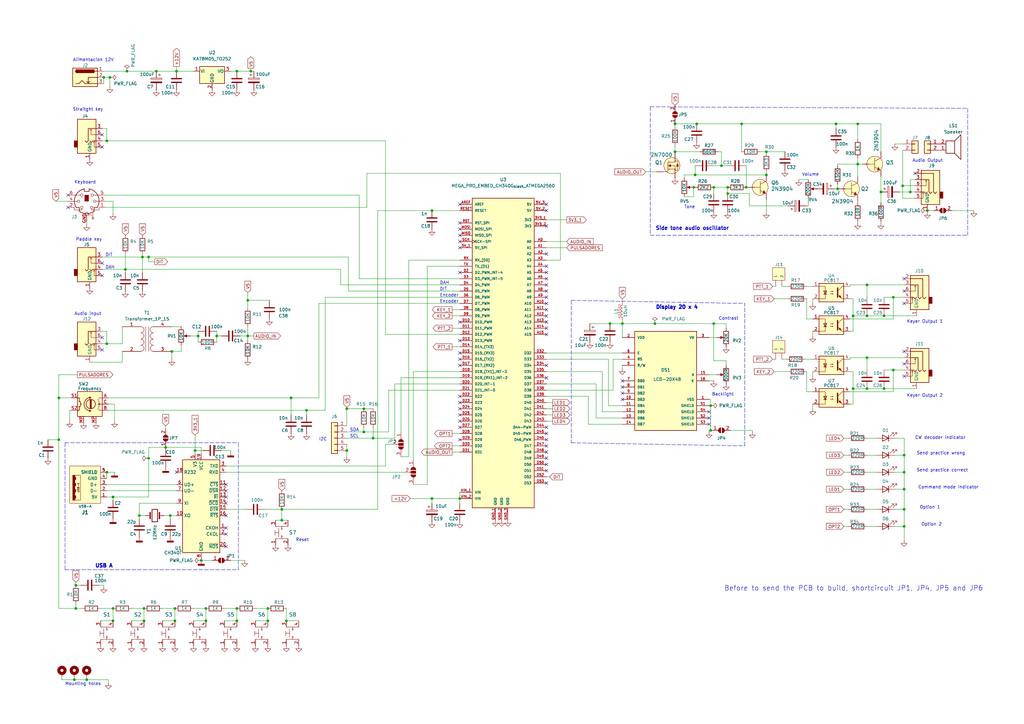
<source format=kicad_sch>
(kicad_sch (version 20211123) (generator eeschema)
  (paper "A3")
  (title_block (title "CW KEYER K3NG WITH MEGA2560 PRO MINI") (date "2023-05-04") (rev "1.0") (comment 1 "By Pere López EA3AGK") (comment 2 "Based on K3NG keyer and K5BCQ"))
  (junction (at 46.355 254.635))
  (junction (at 30.48 278.765))
  (junction (at 142.24 184.785))
  (junction (at 373.38 78.74))
  (junction (at 342.9 50.8))
  (junction (at 97.155 254.635))
  (junction (at 45.085 31.75))
  (junction (at 119.38 163.195))
  (junction (at 60.96 187.96))
  (junction (at 177.165 204.47))
  (junction (at 366.395 151.765))
  (junction (at 115.57 208.915))
  (junction (at 370.84 186.69))
  (junction (at 71.755 249.555))
  (junction (at 42.545 31.75))
  (junction (at 117.475 254.635))
  (junction (at 149.225 167.64))
  (junction (at 57.15 211.455))
  (junction (at 250.19 132.715))
  (junction (at 102.87 29.21))
  (junction (at 72.39 29.21))
  (junction (at 43.815 193.675))
  (junction (at 59.055 249.555))
  (junction (at 292.735 76.835))
  (junction (at 292.735 132.715))
  (junction (at 304.165 50.8))
  (junction (at 84.455 254.635))
  (junction (at 362.585 159.385))
  (junction (at 268.605 132.715))
  (junction (at 314.325 71.755))
  (junction (at 188.595 204.47))
  (junction (at 366.395 121.92))
  (junction (at 115.57 213.36))
  (junction (at 101.6 137.795))
  (junction (at 177.165 86.36))
  (junction (at 355.6 146.685))
  (junction (at 81.28 137.795))
  (junction (at 149.225 177.165))
  (junction (at 343.535 77.47))
  (junction (at 285.75 50.8))
  (junction (at 69.85 211.455))
  (junction (at 370.205 76.2))
  (junction (at 314.325 62.23))
  (junction (at 276.86 50.8))
  (junction (at 51.435 110.49))
  (junction (at 380.365 86.36))
  (junction (at 35.56 278.765))
  (junction (at 285.115 71.755))
  (junction (at 71.755 254.635))
  (junction (at 80.01 184.785))
  (junction (at 291.465 166.37))
  (junction (at 351.79 50.8))
  (junction (at 109.855 254.635))
  (junction (at 291.465 176.53))
  (junction (at 24.13 163.195))
  (junction (at 349.885 129.54))
  (junction (at 31.115 249.555))
  (junction (at 31.115 240.03))
  (junction (at 298.45 76.835))
  (junction (at 24.13 180.34))
  (junction (at 298.45 79.375))
  (junction (at 59.055 254.635))
  (junction (at 370.84 215.9))
  (junction (at 142.24 167.64))
  (junction (at 101.6 123.19))
  (junction (at 88.9 137.795))
  (junction (at 153.035 179.705))
  (junction (at 361.315 78.74))
  (junction (at 255.27 132.715))
  (junction (at 46.355 203.835))
  (junction (at 58.42 105.41))
  (junction (at 52.07 29.21))
  (junction (at 355.6 116.84))
  (junction (at 370.84 193.675))
  (junction (at 355.6 159.385))
  (junction (at 295.91 67.945))
  (junction (at 362.585 129.54))
  (junction (at 370.84 200.66))
  (junction (at 60.96 105.41))
  (junction (at 349.885 159.385))
  (junction (at 67.945 183.515))
  (junction (at 370.84 208.915))
  (junction (at 306.07 76.835))
  (junction (at 82.55 229.87))
  (junction (at 284.48 76.835))
  (junction (at 125.73 168.275))
  (junction (at 109.855 249.555))
  (junction (at 355.6 129.54))
  (junction (at 276.86 62.23))
  (junction (at 64.135 29.21))
  (junction (at 46.355 249.555))
  (junction (at 43.815 57.785))
  (junction (at 97.155 29.21))
  (junction (at 70.485 144.145))
  (junction (at 43.815 140.97))
  (junction (at 97.155 249.555))
  (junction (at 84.455 249.555))
  (junction (at 351.79 67.31))
  (no_connect (at 224.155 104.14))
  (no_connect (at 188.595 162.56))
  (no_connect (at 255.27 163.83))
  (no_connect (at 188.595 180.34))
  (no_connect (at 92.71 224.155))
  (no_connect (at 92.71 201.295))
  (no_connect (at 188.595 170.18))
  (no_connect (at 224.155 116.84))
  (no_connect (at 188.595 147.32))
  (no_connect (at 188.595 167.64))
  (no_connect (at 27.94 80.01))
  (no_connect (at 188.595 91.44))
  (no_connect (at 188.595 101.6))
  (no_connect (at 375.285 71.12))
  (no_connect (at 92.71 219.075))
  (no_connect (at 255.27 161.29))
  (no_connect (at 41.91 113.03))
  (no_connect (at 188.595 149.86))
  (no_connect (at 41.91 138.43))
  (no_connect (at 188.595 96.52))
  (no_connect (at 224.155 109.22))
  (no_connect (at 188.595 99.06))
  (no_connect (at 370.84 154.305))
  (no_connect (at 224.155 180.34))
  (no_connect (at 92.71 203.835))
  (no_connect (at 290.83 173.99))
  (no_connect (at 224.155 185.42))
  (no_connect (at 188.595 93.98))
  (no_connect (at 188.595 165.1))
  (no_connect (at 224.155 83.82))
  (no_connect (at 255.27 156.21))
  (no_connect (at 224.155 119.38))
  (no_connect (at 290.83 171.45))
  (no_connect (at 224.155 177.8))
  (no_connect (at 290.83 168.91))
  (no_connect (at 41.91 60.325))
  (no_connect (at 224.155 149.86))
  (no_connect (at 41.91 55.245))
  (no_connect (at 224.155 154.94))
  (no_connect (at 92.71 216.535))
  (no_connect (at 92.71 211.455))
  (no_connect (at 224.155 86.36))
  (no_connect (at 370.84 144.145))
  (no_connect (at 224.155 111.76))
  (no_connect (at 92.71 198.755))
  (no_connect (at 224.155 190.5))
  (no_connect (at 188.595 144.78))
  (no_connect (at 224.155 137.16))
  (no_connect (at 224.155 92.71))
  (no_connect (at 92.71 206.375))
  (no_connect (at 370.84 149.225))
  (no_connect (at 224.155 182.88))
  (no_connect (at 224.155 114.3))
  (no_connect (at 72.39 193.675))
  (no_connect (at 188.595 111.76))
  (no_connect (at 370.84 114.3))
  (no_connect (at 188.595 132.08))
  (no_connect (at 224.155 121.92))
  (no_connect (at 41.91 107.95))
  (no_connect (at 224.155 175.26))
  (no_connect (at 224.155 127))
  (no_connect (at 224.155 198.12))
  (no_connect (at 27.94 85.09))
  (no_connect (at 224.155 193.04))
  (no_connect (at 224.155 187.96))
  (no_connect (at 41.91 143.51))
  (no_connect (at 188.595 139.7))
  (no_connect (at 188.595 172.72))
  (no_connect (at 224.155 129.54))
  (no_connect (at 370.84 119.38))
  (no_connect (at 370.84 124.46))
  (no_connect (at 224.155 124.46))
  (no_connect (at 188.595 83.82))
  (no_connect (at 188.595 175.26))
  (no_connect (at 224.155 134.62))
  (no_connect (at 224.155 132.08))
  (no_connect (at 255.27 158.75))
  (wire (pts (xy 348.615 122.555) (xy 349.885 122.555)))
  (wire (pts (xy 43.815 135.89) (xy 43.815 140.97)))
  (wire (pts (xy 370.84 221.615) (xy 370.84 215.9)))
  (wire (pts (xy 80.01 184.785) (xy 83.185 184.785)))
  (wire (pts (xy 375.285 78.74) (xy 373.38 78.74)))
  (wire (pts (xy 362.585 121.92) (xy 366.395 121.92)))
  (wire (pts (xy 375.92 159.385) (xy 362.585 159.385)))
  (wire (pts (xy 67.945 183.515) (xy 67.945 184.15)))
  (wire (pts (xy 43.815 193.675) (xy 46.99 193.675)))
  (wire (pts (xy 43.815 52.705) (xy 41.91 52.705)))
  (wire (pts (xy 119.38 163.195) (xy 130.81 163.195)))
  (wire (pts (xy 158.115 137.16) (xy 158.115 57.785)))
  (wire (pts (xy 224.155 152.4) (xy 247.015 152.4)))
  (wire (pts (xy 43.18 82.55) (xy 46.355 82.55)))
  (wire (pts (xy 366.395 121.92) (xy 366.395 130.81)))
  (wire (pts (xy 142.24 182.245) (xy 142.24 184.785)))
  (wire (pts (xy 88.9 137.795) (xy 90.805 137.795)))
  (wire (pts (xy 348.615 152.4) (xy 349.885 152.4)))
  (wire (pts (xy 276.86 59.69) (xy 276.86 62.23)))
  (wire (pts (xy 290.83 138.43) (xy 294.005 138.43)))
  (wire (pts (xy 370.205 61.595) (xy 370.205 76.2)))
  (wire (pts (xy 158.115 182.245) (xy 160.655 182.245)))
  (wire (pts (xy 330.835 122.555) (xy 330.835 130.81)))
  (wire (pts (xy 255.27 131.445) (xy 255.27 132.715)))
  (wire (pts (xy 355.6 159.385) (xy 362.585 159.385)))
  (wire (pts (xy 43.18 80.01) (xy 147.32 80.01)))
  (polyline (pts (xy 396.875 96.52) (xy 396.875 44.45)))
  (wire (pts (xy 255.27 147.32) (xy 251.46 147.32)))
  (wire (pts (xy 349.885 159.385) (xy 349.885 165.735)))
  (wire (pts (xy 92.71 193.675) (xy 165.735 193.675)))
  (wire (pts (xy 292.735 147.955) (xy 297.815 147.955)))
  (wire (pts (xy 249.555 147.32) (xy 224.155 147.32)))
  (wire (pts (xy 224.155 101.6) (xy 232.41 101.6)))
  (wire (pts (xy 82.55 229.87) (xy 86.995 229.87)))
  (wire (pts (xy 224.155 90.17) (xy 232.41 90.17)))
  (wire (pts (xy 113.03 213.36) (xy 115.57 213.36)))
  (wire (pts (xy 307.34 84.455) (xy 323.215 84.455)))
  (wire (pts (xy 161.925 157.48) (xy 188.595 157.48)))
  (wire (pts (xy 355.6 186.69) (xy 359.41 186.69)))
  (wire (pts (xy 361.315 72.39) (xy 361.315 78.74)))
  (wire (pts (xy 92.075 249.555) (xy 97.155 249.555)))
  (wire (pts (xy 380.365 86.995) (xy 380.365 86.36)))
  (wire (pts (xy 250.19 132.715) (xy 255.27 132.715)))
  (wire (pts (xy 304.165 50.8) (xy 304.165 62.23)))
  (wire (pts (xy 297.815 147.955) (xy 297.815 149.86)))
  (wire (pts (xy 285.115 71.755) (xy 314.325 71.755)))
  (wire (pts (xy 380.365 86.36) (xy 382.905 86.36)))
  (wire (pts (xy 330.835 130.81) (xy 333.375 130.81)))
  (wire (pts (xy 355.6 116.84) (xy 370.84 116.84)))
  (wire (pts (xy 280.67 73.025) (xy 280.67 71.755)))
  (wire (pts (xy 45.085 31.75) (xy 45.085 35.56)))
  (wire (pts (xy 255.27 122.555) (xy 255.27 123.825)))
  (wire (pts (xy 351.79 50.8) (xy 361.315 50.8)))
  (wire (pts (xy 251.46 147.32) (xy 251.46 160.02)))
  (wire (pts (xy 53.975 249.555) (xy 59.055 249.555)))
  (wire (pts (xy 42.545 29.21) (xy 52.07 29.21)))
  (wire (pts (xy 348.615 160.655) (xy 366.395 160.655)))
  (wire (pts (xy 188.595 116.84) (xy 139.7 116.84)))
  (wire (pts (xy 36.83 148.59) (xy 50.165 148.59)))
  (wire (pts (xy 370.84 215.9) (xy 370.84 208.915)))
  (wire (pts (xy 370.205 81.28) (xy 375.285 81.28)))
  (wire (pts (xy 349.885 129.54) (xy 349.885 135.89)))
  (wire (pts (xy 316.865 147.32) (xy 318.135 147.32)))
  (wire (pts (xy 154.94 86.36) (xy 154.94 208.915)))
  (wire (pts (xy 108.585 208.915) (xy 115.57 208.915)))
  (wire (pts (xy 150.495 85.09) (xy 150.495 71.12)))
  (wire (pts (xy 41.91 57.785) (xy 43.815 57.785)))
  (wire (pts (xy 314.325 62.23) (xy 314.325 62.865)))
  (wire (pts (xy 349.885 129.54) (xy 355.6 129.54)))
  (wire (pts (xy 244.475 157.48) (xy 224.155 157.48)))
  (wire (pts (xy 119.38 163.195) (xy 119.38 170.18)))
  (wire (pts (xy 22.86 82.55) (xy 27.94 82.55)))
  (wire (pts (xy 342.9 50.8) (xy 351.79 50.8)))
  (wire (pts (xy 24.13 153.67) (xy 24.13 163.195)))
  (wire (pts (xy 367.03 200.66) (xy 370.84 200.66)))
  (wire (pts (xy 31.115 238.76) (xy 31.115 240.03)))
  (wire (pts (xy 50.165 140.97) (xy 43.815 140.97)))
  (wire (pts (xy 355.6 179.705) (xy 359.41 179.705)))
  (wire (pts (xy 94.615 184.785) (xy 94.615 185.42)))
  (wire (pts (xy 57.15 212.725) (xy 57.15 211.455)))
  (wire (pts (xy 43.815 57.785) (xy 158.115 57.785)))
  (wire (pts (xy 31.75 153.67) (xy 24.13 153.67)))
  (wire (pts (xy 125.73 168.275) (xy 133.35 168.275)))
  (wire (pts (xy 351.79 83.185) (xy 351.79 82.55)))
  (polyline (pts (xy 26.67 233.68) (xy 97.79 233.68)))
  (wire (pts (xy 373.38 78.74) (xy 373.38 73.66)))
  (wire (pts (xy 370.84 208.915) (xy 367.03 208.915)))
  (wire (pts (xy 169.545 198.755) (xy 175.26 198.755)))
  (wire (pts (xy 175.26 198.755) (xy 175.26 109.22)))
  (wire (pts (xy 79.375 254.635) (xy 84.455 254.635)))
  (wire (pts (xy 255.27 149.86) (xy 255.27 151.13)))
  (wire (pts (xy 101.6 123.19) (xy 101.6 126.365)))
  (wire (pts (xy 159.385 177.165) (xy 159.385 160.02)))
  (polyline (pts (xy 266.7 43.815) (xy 266.7 96.52)))
  (wire (pts (xy 355.6 129.54) (xy 362.585 129.54)))
  (wire (pts (xy 280.67 80.645) (xy 284.48 80.645)))
  (wire (pts (xy 142.875 105.41) (xy 142.875 119.38)))
  (wire (pts (xy 142.24 179.705) (xy 153.035 179.705)))
  (wire (pts (xy 299.72 176.53) (xy 308.61 176.53)))
  (wire (pts (xy 355.6 193.675) (xy 359.41 193.675)))
  (wire (pts (xy 346.075 200.66) (xy 347.98 200.66)))
  (wire (pts (xy 44.45 163.195) (xy 119.38 163.195)))
  (wire (pts (xy 284.48 76.835) (xy 285.115 76.835)))
  (wire (pts (xy 346.075 193.675) (xy 347.98 193.675)))
  (wire (pts (xy 290.83 156.21) (xy 292.735 156.21)))
  (wire (pts (xy 224.155 167.64) (xy 226.695 167.64)))
  (wire (pts (xy 139.7 110.49) (xy 139.7 116.84)))
  (wire (pts (xy 185.42 185.42) (xy 188.595 185.42)))
  (wire (pts (xy 290.83 153.67) (xy 294.005 153.67)))
  (wire (pts (xy 351.79 67.31) (xy 353.695 67.31)))
  (wire (pts (xy 19.685 180.34) (xy 24.13 180.34)))
  (wire (pts (xy 331.47 84.455) (xy 331.47 81.28)))
  (wire (pts (xy 355.6 215.9) (xy 359.41 215.9)))
  (wire (pts (xy 60.96 107.315) (xy 60.96 105.41)))
  (wire (pts (xy 188.595 201.93) (xy 188.595 204.47)))
  (wire (pts (xy 30.48 278.765) (xy 35.56 278.765)))
  (wire (pts (xy 276.86 62.23) (xy 276.86 62.865)))
  (wire (pts (xy 373.38 73.66) (xy 375.285 73.66)))
  (wire (pts (xy 92.71 191.135) (xy 158.115 191.135)))
  (wire (pts (xy 169.545 152.4) (xy 188.595 152.4)))
  (wire (pts (xy 291.465 166.37) (xy 291.465 176.53)))
  (wire (pts (xy 94.615 229.87) (xy 100.33 229.87)))
  (wire (pts (xy 361.315 90.805) (xy 361.315 91.44)))
  (wire (pts (xy 317.5 152.4) (xy 323.215 152.4)))
  (wire (pts (xy 164.465 154.94) (xy 188.595 154.94)))
  (wire (pts (xy 101.6 120.015) (xy 101.6 123.19)))
  (wire (pts (xy 294.64 62.23) (xy 295.91 62.23)))
  (wire (pts (xy 115.57 213.36) (xy 118.11 213.36)))
  (wire (pts (xy 276.86 62.23) (xy 287.02 62.23)))
  (wire (pts (xy 343.535 75.565) (xy 343.535 77.47)))
  (wire (pts (xy 147.32 80.01) (xy 147.32 114.3)))
  (wire (pts (xy 276.86 50.8) (xy 276.86 52.07)))
  (wire (pts (xy 50.165 133.985) (xy 50.165 140.97)))
  (wire (pts (xy 42.545 240.03) (xy 42.545 240.665)))
  (wire (pts (xy 298.45 76.835) (xy 298.45 79.375)))
  (wire (pts (xy 78.105 137.795) (xy 81.28 137.795)))
  (wire (pts (xy 58.42 105.41) (xy 60.96 105.41)))
  (wire (pts (xy 46.99 172.72) (xy 46.99 165.735)))
  (wire (pts (xy 355.6 200.66) (xy 359.41 200.66)))
  (wire (pts (xy 142.24 177.165) (xy 149.225 177.165)))
  (polyline (pts (xy 97.79 233.68) (xy 97.79 181.61)))
  (wire (pts (xy 295.91 62.23) (xy 295.91 67.945)))
  (wire (pts (xy 29.21 163.195) (xy 24.13 163.195)))
  (wire (pts (xy 348.615 146.685) (xy 355.6 146.685)))
  (wire (pts (xy 185.42 127) (xy 188.595 127)))
  (wire (pts (xy 330.2 147.32) (xy 333.375 147.32)))
  (wire (pts (xy 41.275 254.635) (xy 46.355 254.635)))
  (wire (pts (xy 355.6 146.685) (xy 355.6 151.765)))
  (wire (pts (xy 71.755 249.555) (xy 71.755 254.635)))
  (wire (pts (xy 50.165 148.59) (xy 50.165 144.145)))
  (wire (pts (xy 94.615 29.21) (xy 97.155 29.21)))
  (wire (pts (xy 348.615 130.81) (xy 366.395 130.81)))
  (wire (pts (xy 64.135 29.21) (xy 72.39 29.21)))
  (wire (pts (xy 168.275 204.47) (xy 177.165 204.47)))
  (wire (pts (xy 101.6 133.985) (xy 101.6 137.795)))
  (wire (pts (xy 188.595 114.3) (xy 147.32 114.3)))
  (wire (pts (xy 88.9 135.89) (xy 88.9 137.795)))
  (wire (pts (xy 370.205 76.2) (xy 370.205 81.28)))
  (polyline (pts (xy 266.7 96.52) (xy 396.875 96.52)))
  (wire (pts (xy 57.15 206.375) (xy 57.15 211.455)))
  (wire (pts (xy 97.155 249.555) (xy 97.155 254.635)))
  (wire (pts (xy 188.595 119.38) (xy 142.875 119.38)))
  (wire (pts (xy 46.355 249.555) (xy 46.355 254.635)))
  (polyline (pts (xy 234.315 123.19) (xy 305.435 124.46)))
  (wire (pts (xy 43.18 85.09) (xy 150.495 85.09)))
  (wire (pts (xy 115.57 208.915) (xy 154.94 208.915)))
  (wire (pts (xy 60.96 105.41) (xy 142.875 105.41)))
  (wire (pts (xy 255.27 132.715) (xy 268.605 132.715)))
  (wire (pts (xy 161.925 179.705) (xy 161.925 157.48)))
  (wire (pts (xy 70.485 133.985) (xy 74.295 133.985)))
  (wire (pts (xy 367.03 193.675) (xy 370.84 193.675)))
  (polyline (pts (xy 234.315 123.19) (xy 234.315 181.61)))
  (wire (pts (xy 185.42 177.8) (xy 188.595 177.8)))
  (wire (pts (xy 104.775 249.555) (xy 109.855 249.555)))
  (wire (pts (xy 355.6 116.84) (xy 355.6 121.92)))
  (wire (pts (xy 370.84 208.915) (xy 370.84 200.66)))
  (wire (pts (xy 142.24 184.785) (xy 142.24 187.325)))
  (wire (pts (xy 255.27 166.37) (xy 249.555 166.37)))
  (wire (pts (xy 330.835 117.475) (xy 333.375 117.475)))
  (wire (pts (xy 109.855 249.555) (xy 109.855 254.635)))
  (wire (pts (xy 31.115 249.555) (xy 33.655 249.555)))
  (wire (pts (xy 333.375 122.555) (xy 333.375 124.46)))
  (wire (pts (xy 46.355 82.55) (xy 46.355 87.63)))
  (wire (pts (xy 41.91 135.89) (xy 43.815 135.89)))
  (wire (pts (xy 66.675 254.635) (xy 71.755 254.635)))
  (wire (pts (xy 69.85 211.455) (xy 69.85 212.725)))
  (wire (pts (xy 57.15 211.455) (xy 59.69 211.455)))
  (wire (pts (xy 142.24 167.005) (xy 142.24 167.64)))
  (wire (pts (xy 142.24 167.64) (xy 149.225 167.64)))
  (wire (pts (xy 333.375 152.4) (xy 333.375 154.305)))
  (wire (pts (xy 255.27 171.45) (xy 244.475 171.45)))
  (wire (pts (xy 334.645 77.47) (xy 335.28 77.47)))
  (wire (pts (xy 88.9 137.795) (xy 88.9 140.335)))
  (wire (pts (xy 31.115 240.03) (xy 33.02 240.03)))
  (wire (pts (xy 42.545 31.75) (xy 42.545 34.29)))
  (wire (pts (xy 130.81 163.195) (xy 130.81 124.46)))
  (wire (pts (xy 101.6 137.795) (xy 101.6 139.7)))
  (wire (pts (xy 224.155 160.02) (xy 251.46 160.02)))
  (wire (pts (xy 51.435 110.49) (xy 139.7 110.49)))
  (wire (pts (xy 185.42 142.24) (xy 188.595 142.24)))
  (wire (pts (xy 346.075 179.705) (xy 347.98 179.705)))
  (wire (pts (xy 185.42 182.88) (xy 188.595 182.88)))
  (wire (pts (xy 41.275 249.555) (xy 46.355 249.555)))
  (wire (pts (xy 175.26 109.22) (xy 188.595 109.22)))
  (wire (pts (xy 150.495 71.12) (xy 229.87 71.12)))
  (wire (pts (xy 90.805 184.785) (xy 94.615 184.785)))
  (wire (pts (xy 164.465 187.325) (xy 167.64 187.325)))
  (wire (pts (xy 330.835 152.4) (xy 330.835 160.655)))
  (wire (pts (xy 304.165 50.8) (xy 342.9 50.8)))
  (wire (pts (xy 117.475 254.635) (xy 122.555 254.635)))
  (wire (pts (xy 224.155 195.58) (xy 225.425 195.58)))
  (wire (pts (xy 224.155 170.18) (xy 226.695 170.18)))
  (wire (pts (xy 66.675 249.555) (xy 71.755 249.555)))
  (wire (pts (xy 292.735 132.715) (xy 297.815 132.715)))
  (wire (pts (xy 224.155 172.72) (xy 226.695 172.72)))
  (wire (pts (xy 285.75 50.8) (xy 304.165 50.8)))
  (wire (pts (xy 280.67 71.755) (xy 285.115 71.755)))
  (wire (pts (xy 104.775 254.635) (xy 109.855 254.635)))
  (wire (pts (xy 46.355 203.835) (xy 60.96 203.835)))
  (wire (pts (xy 41.91 110.49) (xy 51.435 110.49)))
  (wire (pts (xy 102.87 27.94) (xy 102.87 29.21)))
  (wire (pts (xy 35.56 92.075) (xy 35.56 90.805)))
  (wire (pts (xy 285.115 67.945) (xy 285.115 71.755)))
  (wire (pts (xy 185.42 129.54) (xy 188.595 129.54)))
  (wire (pts (xy 60.96 187.96) (xy 60.96 183.515)))
  (wire (pts (xy 149.225 175.26) (xy 149.225 177.165)))
  (wire (pts (xy 133.35 168.275) (xy 133.35 121.92)))
  (wire (pts (xy 355.6 146.685) (xy 370.84 146.685)))
  (wire (pts (xy 370.84 193.675) (xy 370.84 186.69)))
  (wire (pts (xy 149.225 167.64) (xy 153.035 167.64)))
  (wire (pts (xy 67.945 174.625) (xy 67.945 175.895)))
  (wire (pts (xy 346.075 208.915) (xy 347.98 208.915)))
  (wire (pts (xy 177.165 204.47) (xy 177.165 206.375)))
  (wire (pts (xy 60.96 203.835) (xy 60.96 187.96)))
  (wire (pts (xy 70.485 144.145) (xy 70.485 147.32)))
  (wire (pts (xy 82.55 183.515) (xy 82.55 186.055)))
  (wire (pts (xy 362.585 151.765) (xy 366.395 151.765)))
  (wire (pts (xy 333.375 135.89) (xy 333.375 137.795)))
  (wire (pts (xy 28.575 168.275) (xy 28.575 172.72)))
  (wire (pts (xy 255.27 168.91) (xy 247.015 168.91)))
  (wire (pts (xy 43.815 201.295) (xy 72.39 201.295)))
  (wire (pts (xy 292.735 76.835) (xy 298.45 76.835)))
  (wire (pts (xy 349.885 122.555) (xy 349.885 129.54)))
  (wire (pts (xy 367.03 186.69) (xy 370.84 186.69)))
  (wire (pts (xy 368.935 78.74) (xy 373.38 78.74)))
  (wire (pts (xy 224.155 144.78) (xy 255.27 144.78)))
  (wire (pts (xy 348.615 147.32) (xy 348.615 146.685)))
  (wire (pts (xy 327.66 73.66) (xy 331.47 73.66)))
  (wire (pts (xy 348.615 117.475) (xy 348.615 116.84)))
  (wire (pts (xy 295.91 67.945) (xy 298.45 67.945)))
  (wire (pts (xy 316.865 117.475) (xy 318.135 117.475)))
  (wire (pts (xy 44.45 280.035) (xy 44.45 278.765)))
  (wire (pts (xy 306.07 67.945) (xy 306.07 76.835)))
  (wire (pts (xy 82.55 229.235) (xy 82.55 229.87)))
  (wire (pts (xy 81.28 137.795) (xy 81.28 140.335)))
  (wire (pts (xy 164.465 154.94) (xy 164.465 177.165)))
  (wire (pts (xy 343.535 77.47) (xy 344.17 77.47)))
  (polyline (pts (xy 266.7 43.815) (xy 396.875 44.45)))
  (wire (pts (xy 142.24 167.64) (xy 142.24 174.625)))
  (wire (pts (xy 51.435 110.49) (xy 51.435 111.76)))
  (wire (pts (xy 130.81 124.46) (xy 188.595 124.46)))
  (wire (pts (xy 149.225 177.165) (xy 159.385 177.165)))
  (wire (pts (xy 153.035 175.26) (xy 153.035 179.705)))
  (wire (pts (xy 291.465 176.53) (xy 292.1 176.53)))
  (wire (pts (xy 244.475 171.45) (xy 244.475 157.48)))
  (wire (pts (xy 67.31 211.455) (xy 69.85 211.455)))
  (polyline (pts (xy 305.435 182.88) (xy 305.435 124.46)))
  (wire (pts (xy 306.07 76.835) (xy 306.705 76.835)))
  (wire (pts (xy 79.375 249.555) (xy 84.455 249.555)))
  (wire (pts (xy 367.03 215.9) (xy 370.84 215.9)))
  (polyline (pts (xy 26.67 181.61) (xy 97.79 181.61)))
  (wire (pts (xy 177.165 86.36) (xy 188.595 86.36)))
  (wire (pts (xy 247.015 168.91) (xy 247.015 152.4)))
  (wire (pts (xy 43.815 198.755) (xy 72.39 198.755)))
  (wire (pts (xy 264.795 70.485) (xy 269.24 70.485)))
  (wire (pts (xy 167.64 187.325) (xy 167.64 106.68)))
  (wire (pts (xy 349.885 159.385) (xy 355.6 159.385)))
  (wire (pts (xy 255.27 132.715) (xy 255.27 138.43)))
  (wire (pts (xy 72.39 29.21) (xy 79.375 29.21)))
  (wire (pts (xy 44.45 168.275) (xy 125.73 168.275)))
  (wire (pts (xy 81.28 135.89) (xy 81.28 137.795)))
  (wire (pts (xy 154.94 86.36) (xy 177.165 86.36)))
  (wire (pts (xy 25.4 278.765) (xy 30.48 278.765)))
  (wire (pts (xy 343.535 67.31) (xy 351.79 67.31)))
  (wire (pts (xy 158.115 182.245) (xy 158.115 191.135)))
  (wire (pts (xy 43.815 140.97) (xy 41.91 140.97)))
  (wire (pts (xy 188.595 137.16) (xy 158.115 137.16)))
  (wire (pts (xy 351.79 67.31) (xy 351.79 72.39)))
  (wire (pts (xy 53.975 254.635) (xy 59.055 254.635)))
  (wire (pts (xy 69.85 211.455) (xy 72.39 211.455)))
  (wire (pts (xy 370.84 179.705) (xy 367.03 179.705)))
  (wire (pts (xy 224.155 99.06) (xy 232.41 99.06)))
  (polyline (pts (xy 26.67 181.61) (xy 26.67 233.68)))
  (wire (pts (xy 188.595 204.47) (xy 188.595 206.375)))
  (wire (pts (xy 361.315 62.23) (xy 361.315 50.8)))
  (wire (pts (xy 35.56 278.765) (xy 44.45 278.765)))
  (wire (pts (xy 349.885 152.4) (xy 349.885 159.385)))
  (wire (pts (xy 40.64 240.03) (xy 42.545 240.03)))
  (wire (pts (xy 43.815 57.785) (xy 43.815 52.705)))
  (wire (pts (xy 67.945 183.515) (xy 82.55 183.515)))
  (wire (pts (xy 390.525 86.36) (xy 399.415 86.36)))
  (wire (pts (xy 276.86 50.8) (xy 285.75 50.8)))
  (wire (pts (xy 292.735 132.715) (xy 292.735 147.955)))
  (wire (pts (xy 92.71 208.915) (xy 100.965 208.915)))
  (wire (pts (xy 366.395 151.765) (xy 370.84 151.765)))
  (wire (pts (xy 297.815 132.715) (xy 297.815 134.62)))
  (wire (pts (xy 311.785 62.23) (xy 314.325 62.23)))
  (wire (pts (xy 349.885 135.89) (xy 348.615 135.89)))
  (polyline (pts (xy 234.315 181.61) (xy 305.435 182.88)))
  (wire (pts (xy 367.03 59.055) (xy 370.205 59.055)))
  (wire (pts (xy 349.885 165.735) (xy 348.615 165.735)))
  (wire (pts (xy 101.6 123.19) (xy 110.49 123.19)))
  (wire (pts (xy 72.39 206.375) (xy 57.15 206.375)))
  (wire (pts (xy 241.3 162.56) (xy 224.155 162.56)))
  (wire (pts (xy 46.99 165.735) (xy 44.45 165.735)))
  (wire (pts (xy 370.84 186.69) (xy 370.84 179.705)))
  (wire (pts (xy 351.79 64.77) (xy 351.79 67.31)))
  (wire (pts (xy 320.675 147.32) (xy 322.58 147.32)))
  (wire (pts (xy 291.465 176.53) (xy 290.83 176.53)))
  (wire (pts (xy 317.5 122.555) (xy 323.215 122.555)))
  (wire (pts (xy 43.815 203.835) (xy 46.355 203.835)))
  (wire (pts (xy 291.465 163.83) (xy 290.83 163.83)))
  (wire (pts (xy 133.35 121.92) (xy 188.595 121.92)))
  (wire (pts (xy 102.87 29.21) (xy 104.14 29.21)))
  (wire (pts (xy 370.205 76.2) (xy 375.285 76.2)))
  (wire (pts (xy 70.485 144.145) (xy 74.295 144.145)))
  (wire (pts (xy 330.835 160.655) (xy 333.375 160.655)))
  (wire (pts (xy 159.385 160.02) (xy 188.595 160.02)))
  (wire (pts (xy 348.615 116.84) (xy 355.6 116.84)))
  (wire (pts (xy 284.48 80.645) (xy 284.48 76.835)))
  (wire (pts (xy 24.13 249.555) (xy 31.115 249.555)))
  (wire (pts (xy 255.27 173.99) (xy 241.3 173.99)))
  (wire (pts (xy 98.425 137.795) (xy 101.6 137.795)))
  (wire (pts (xy 43.815 193.675) (xy 43.815 196.215)))
  (wire (pts (xy 361.315 78.74) (xy 361.315 83.185)))
  (wire (pts (xy 355.6 208.915) (xy 359.41 208.915)))
  (wire (pts (xy 291.465 166.37) (xy 290.83 166.37)))
  (wire (pts (xy 241.3 173.99) (xy 241.3 162.56)))
  (wire (pts (xy 167.64 106.68) (xy 188.595 106.68)))
  (wire (pts (xy 224.155 165.1) (xy 226.695 165.1)))
  (wire (pts (xy 330.835 84.455) (xy 331.47 84.455)))
  (wire (pts (xy 125.73 168.275) (xy 125.73 170.18)))
  (wire (pts (xy 97.155 29.21) (xy 102.87 29.21)))
  (wire (pts (xy 63.5 107.315) (xy 60.96 107.315)))
  (wire (pts (xy 58.42 104.14) (xy 58.42 105.41)))
  (wire (pts (xy 92.075 254.635) (xy 97.155 254.635)))
  (wire (pts (xy 314.325 62.23) (xy 321.945 62.23)))
  (wire (pts (xy 291.465 163.83) (xy 291.465 166.37)))
  (wire (pts (xy 292.735 67.945) (xy 295.91 67.945)))
  (wire (pts (xy 117.475 249.555) (xy 117.475 254.635)))
  (wire (pts (xy 45.085 31.75) (xy 42.545 31.75)))
  (wire (pts (xy 153.035 179.705) (xy 161.925 179.705)))
  (wire (pts (xy 52.07 29.21) (xy 64.135 29.21)))
  (wire (pts (xy 314.325 70.485) (xy 314.325 71.755)))
  (wire (pts (xy 346.075 215.9) (xy 347.98 215.9)))
  (wire (pts (xy 58.42 105.41) (xy 58.42 111.76)))
  (wire (pts (xy 308.61 176.53) (xy 308.61 177.165)))
  (wire (pts (xy 229.87 71.12) (xy 229.87 106.68)))
  (wire (pts (xy 185.42 134.62) (xy 188.595 134.62)))
  (wire (pts (xy 80.01 184.785) (xy 80.01 186.055)))
  (wire (pts (xy 320.675 117.475) (xy 323.215 117.475)))
  (wire (pts (xy 346.075 186.69) (xy 347.98 186.69)))
  (wire (pts (xy 59.055 249.555) (xy 59.055 254.635)))
  (wire (pts (xy 60.96 183.515) (xy 67.945 183.515)))
  (wire (pts (xy 46.355 203.835) (xy 46.355 205.105)))
  (wire (pts (xy 342.9 50.8) (xy 342.9 52.705)))
  (wire (pts (xy 366.395 121.92) (xy 370.84 121.92)))
  (wire (pts (xy 84.455 249.555) (xy 84.455 254.635)))
  (wire (pts (xy 249.555 147.32) (xy 249.555 166.37)))
  (wire (pts (xy 333.375 165.735) (xy 333.375 167.64)))
  (wire (pts (xy 375.92 129.54) (xy 362.585 129.54)))
  (wire (pts (xy 31.115 247.65) (xy 31.115 249.555)))
  (wire (pts (xy 28.575 168.275) (xy 29.21 168.275)))
  (wire (pts (xy 115.57 208.915) (xy 115.57 213.36)))
  (wire (pts (xy 51.435 104.14) (xy 51.435 110.49)))
  (wire (pts (xy 241.935 132.715) (xy 250.19 132.715)))
  (wire (pts (xy 314.325 86.995) (xy 314.325 81.915)))
  (wire (pts (xy 24.13 180.34) (xy 24.13 249.555)))
  (wire (pts (xy 101.6 137.795) (xy 104.14 137.795)))
  (wire (pts (xy 24.13 163.195) (xy 24.13 180.34)))
  (wire (pts (xy 366.395 151.765) (xy 366.395 160.655)))
  (wire (pts (xy 351.79 91.44) (xy 351.79 90.805)))
  (wire (pts (xy 224.155 106.68) (xy 229.87 106.68)))
  (wire (pts (xy 351.79 50.8) (xy 351.79 57.15)))
  (wire (pts (xy 370.84 200.66) (xy 370.84 193.675)))
  (wire (pts (xy 72.39 27.305) (xy 72.39 29.21)))
  (wire (pts (xy 343.535 67.31) (xy 343.535 67.945)))
  (wire (pts (xy 292.735 76.835) (xy 292.735 79.375)))
  (wire (pts (xy 80.01 178.435) (xy 80.01 184.785)))
  (wire (pts (xy 169.545 152.4) (xy 169.545 188.595)))
  (wire (pts (xy 74.295 141.605) (xy 74.295 144.145)))
  (wire (pts (xy 290.83 176.53) (xy 290.83 177.165)))
  (wire (pts (xy 307.34 79.375) (xy 307.34 84.455)))
  (wire (pts (xy 268.605 132.715) (xy 292.735 132.715)))
  (wire (pts (xy 307.34 79.375) (xy 298.45 79.375)))
  (wire (pts (xy 177.165 204.47) (xy 188.595 204.47)))
  (wire (pts (xy 342.265 77.47) (xy 343.535 77.47)))
  (wire (pts (xy 41.91 105.41) (xy 58.42 105.41)))
  (text "Alimentacion 12V" (at 29.845 25.4 0) (effects (font (size 1.27 1.27)) (justify left bottom)))
  (text "Send practice correct" (at 375.92 193.675 0) (effects (font (size 1.27 1.27)) (justify left bottom)))
  (text "Contrast" (at 302.895 131.445 180) (effects (font (size 1.27 1.27)) (justify right bottom)))
  (text "I2C" (at 130.81 180.975 0) (effects (font (size 1.27 1.27)) (justify left bottom)))
  (text "DIT" (at 180.34 119.38 0) (effects (font (size 1.27 1.27)) (justify left bottom)))
  (text "CW decoder indicator" (at 375.285 180.34 0) (effects (font (size 1.27 1.27)) (justify left bottom)))
  (text "Option 1" (at 377.19 208.915 0) (effects (font (size 1.27 1.27)) (justify left bottom)))
  (text "DAH" (at 43.18 110.49 0) (effects (font (size 1.27 1.27)) (justify left bottom)))
  (text "Straitght key" (at 29.845 45.72 0) (effects (font (size 1.27 1.27)) (justify left bottom)))
  (text "Paddle key" (at 31.115 99.06 0) (effects (font (size 1.27 1.27)) (justify left bottom)))
  (text "Before to send the PCB to build, shortcircuit JP1, JP4, JP5 and JP6" (at 403.225 242.57 180) (effects (font (size 2 2)) (justify right bottom)))
  (text "Keyer Output 1\n" (at 386.715 132.715 180) (effects (font (size 1.27 1.27)) (justify right bottom)))
  (text "Audio input" (at 30.48 129.54 0) (effects (font (size 1.27 1.27)) (justify left bottom)))
  (text "Audio Output" (at 386.715 66.675 180) (effects (font (size 1.27 1.27)) (justify right bottom)))
  (text "Keyer Output 2\n\n" (at 386.715 165.1 180) (effects (font (size 1.27 1.27)) (justify right bottom)))
  (text "Side tone audio oscillator\n" (at 299.085 94.615 180) (effects (font (size 1.5 1.5) (thickness 0.3) bold) (justify right bottom)))
  (text "Option 2" (at 377.825 215.9 0) (effects (font (size 1.27 1.27)) (justify left bottom)))
  (text "SDA" (at 143.51 177.165 0) (effects (font (size 1.27 1.27)) (justify left bottom)))
  (text "DIT" (at 43.18 105.41 0) (effects (font (size 1.27 1.27)) (justify left bottom)))
  (text "Display 20 x 4" (at 286.385 127 180) (effects (font (size 1.5 1.5) (thickness 0.508) bold) (justify right bottom)))
  (text "Tone" (at 285.115 85.725 180) (effects (font (size 1.27 1.27)) (justify right bottom)))
  (text "Encoder" (at 180.34 124.46 0) (effects (font (size 1.27 1.27)) (justify left bottom)))
  (text "SCL" (at 143.51 179.705 0) (effects (font (size 1.27 1.27)) (justify left bottom)))
  (text "Encoder" (at 180.34 121.92 0) (effects (font (size 1.27 1.27)) (justify left bottom)))
  (text "DAH\n" (at 180.34 116.84 0) (effects (font (size 1.27 1.27)) (justify left bottom)))
  (text "Mounting holes" (at 26.67 281.305 0) (effects (font (size 1.27 1.27)) (justify left bottom)))
  (text "Keyboard" (at 30.48 75.565 0) (effects (font (size 1.27 1.27)) (justify left bottom)))
  (text "Volume" (at 335.915 72.39 180) (effects (font (size 1.27 1.27)) (justify right bottom)))
  (text "Send practice wrong" (at 375.92 186.69 0) (effects (font (size 1.27 1.27)) (justify left bottom)))
  (text "Reset" (at 121.285 222.25 0) (effects (font (size 1.27 1.27)) (justify left bottom)))
  (text "Backlight" (at 300.99 162.56 180) (effects (font (size 1.27 1.27)) (justify right bottom)))
  (text "Command mode indicator" (at 376.555 200.66 0) (effects (font (size 1.27 1.27)) (justify left bottom)))
  (text "USB A" (at 46.355 233.045 180) (effects (font (size 1.5 1.5) (thickness 0.508) bold) (justify right bottom)))
  (global_label "LED1" (shape input) (at 346.075 200.66 180) (property "Intersheet References" "${INTERSHEET_REFS}" (effects hide)))
  (global_label "LED3" (shape input) (at 346.075 186.69 180) (property "Intersheet References" "${INTERSHEET_REFS}" (effects hide)))
  (global_label "V5" (shape input) (at 51.435 96.52 90) (property "Referencias entre hojas" "${INTERSHEET_REFS}" (effects hide)))
  (global_label "V5" (shape input) (at 58.42 96.52 90) (property "Referencias entre hojas" "${INTERSHEET_REFS}" (effects hide)))
  (global_label "V5" (shape input) (at 142.24 167.005 90) (property "Referencias entre hojas" "${INTERSHEET_REFS}" (effects hide)))
  (global_label "OPT2" (shape input) (at 346.075 215.9 180) (property "Intersheet References" "${INTERSHEET_REFS}" (effects hide)))
  (global_label "3V3_1" (shape output) (at 232.41 90.17 0) (property "Intersheet References" "${INTERSHEET_REFS}" (effects hide)))
  (global_label "LED3" (shape output) (at 226.695 170.18 0) (property "Intersheet References" "${INTERSHEET_REFS}" (effects hide)))
  (global_label "KEY_1" (shape output) (at 185.42 127 180) (property "Intersheet References" "${INTERSHEET_REFS}" (effects hide)))
  (global_label "3V3_1" (shape input) (at 80.01 178.435 90) (property "Intersheet References" "${INTERSHEET_REFS}" (effects hide)))
  (global_label "OPT2" (shape output) (at 185.42 182.88 180) (property "Intersheet References" "${INTERSHEET_REFS}" (effects hide)))
  (global_label "PTT_1" (shape output) (at 185.42 142.24 180) (property "Intersheet References" "${INTERSHEET_REFS}" (effects hide)))
  (global_label "KEY_1" (shape input) (at 317.5 122.555 180) (property "Intersheet References" "${INTERSHEET_REFS}" (effects hide)))
  (global_label "V5" (shape output) (at 102.87 27.94 90) (property "Referencias entre hojas" "${INTERSHEET_REFS}" (effects hide)))
  (global_label "V5" (shape input) (at 67.945 174.625 90) (property "Referencias entre hojas" "${INTERSHEET_REFS}" (effects hide)))
  (global_label "DIT" (shape output) (at 63.5 107.315 0) (property "Referencias entre hojas" "${INTERSHEET_REFS}" (effects hide)))
  (global_label "V5" (shape input) (at 31.115 238.76 90) (property "Referencias entre hojas" "${INTERSHEET_REFS}" (effects hide)))
  (global_label "LED1" (shape output) (at 226.695 165.1 0) (property "Intersheet References" "${INTERSHEET_REFS}" (effects hide)))
  (global_label "LED4" (shape input) (at 346.075 179.705 180) (property "Intersheet References" "${INTERSHEET_REFS}" (effects hide)))
  (global_label "PULSADORES" (shape input) (at 232.41 101.6 0) (property "Intersheet References" "${INTERSHEET_REFS}" (effects hide)))
  (global_label "KEY_2" (shape output) (at 185.42 129.54 180) (property "Intersheet References" "${INTERSHEET_REFS}" (effects hide)))
  (global_label "OPT1" (shape input) (at 346.075 208.915 180) (property "Intersheet References" "${INTERSHEET_REFS}" (effects hide)))
  (global_label "V5" (shape input) (at 115.57 201.295 90) (property "Referencias entre hojas" "${INTERSHEET_REFS}" (effects hide)))
  (global_label "LED2" (shape output) (at 226.695 167.64 0) (property "Intersheet References" "${INTERSHEET_REFS}" (effects hide)))
  (global_label "AUDIO_OUT" (shape input) (at 264.795 70.485 180) (property "Intersheet References" "${INTERSHEET_REFS}" (effects hide)))
  (global_label "V5" (shape input) (at 255.27 122.555 90) (property "Referencias entre hojas" "${INTERSHEET_REFS}" (effects hide)))
  (global_label "PTT_2" (shape output) (at 185.42 134.62 180) (property "Intersheet References" "${INTERSHEET_REFS}" (effects hide)))
  (global_label "AUDIO_OUT" (shape output) (at 185.42 185.42 180) (property "Intersheet References" "${INTERSHEET_REFS}" (effects hide)))
  (global_label "V5" (shape input) (at 276.86 43.18 90) (property "Referencias entre hojas" "${INTERSHEET_REFS}" (effects hide)))
  (global_label "OPT1" (shape output) (at 185.42 177.8 180) (property "Intersheet References" "${INTERSHEET_REFS}" (effects hide)))
  (global_label "+12V" (shape input) (at 168.275 204.47 180) (property "Intersheet References" "${INTERSHEET_REFS}" (effects hide)))
  (global_label "PULSADORES" (shape output) (at 31.75 153.67 0) (property "Intersheet References" "${INTERSHEET_REFS}" (effects hide)))
  (global_label "KEY_2" (shape input) (at 317.5 152.4 180) (property "Intersheet References" "${INTERSHEET_REFS}" (effects hide)))
  (global_label "LED2" (shape input) (at 346.075 193.675 180) (property "Intersheet References" "${INTERSHEET_REFS}" (effects hide)))
  (global_label "PTT_2" (shape input) (at 316.865 147.32 180) (property "Intersheet References" "${INTERSHEET_REFS}" (effects hide)))
  (global_label "PTT_1" (shape input) (at 316.865 117.475 180) (property "Intersheet References" "${INTERSHEET_REFS}" (effects hide)))
  (global_label "DIT" (shape input) (at 225.425 195.58 0) (property "Referencias entre hojas" "${INTERSHEET_REFS}" (effects hide)))
  (global_label "AUDIO_IN" (shape input) (at 232.41 99.06 0) (property "Intersheet References" "${INTERSHEET_REFS}" (effects hide)))
  (global_label "+12V" (shape output) (at 72.39 27.305 90) (property "Intersheet References" "${INTERSHEET_REFS}" (effects hide)))
  (global_label "V5" (shape input) (at 22.86 82.55 90) (property "Referencias entre hojas" "${INTERSHEET_REFS}" (effects hide)))
  (global_label "LED4" (shape output) (at 226.695 172.72 0) (property "Intersheet References" "${INTERSHEET_REFS}" (effects hide)))
  (global_label "V5" (shape input) (at 101.6 120.015 90) (property "Referencias entre hojas" "${INTERSHEET_REFS}" (effects hide)))
  (global_label "AUDIO_IN" (shape output) (at 104.14 137.795 0) (property "Intersheet References" "${INTERSHEET_REFS}" (effects hide)))
  (symbol (lib_id "Device:R") (at 351.79 186.69 270) (unit 1)
    (property "Reference" "R22" (at 352.425 184.785 90) (effects (justify right)))
    (property "Value" "220R" (at 354.33 186.69 90) (effects (justify right)))
    (property "Footprint" "Resistor_SMD:R_0805_2012Metric" (effects hide))
  )
  (symbol (lib_id "Device:R") (at 351.79 86.995 180) (unit 1)
    (property "Reference" "R32" (at 346.075 87.63 0) (effects (justify right)))
    (property "Value" "10R" (at 351.79 88.9 90) (effects (justify right)))
    (property "Footprint" "Resistor_SMD:R_0805_2012Metric" (effects hide))
  )
  (symbol (lib_id "dk_Tactile-Switches:1825910-6") (at 120.015 259.715 90) (unit 1)
    (property "Reference" "S8" (at 120.015 252.095 90) (effects (font (size 1.524 1.524))))
    (property "Value" "1825910-6" (effects hide))
    (property "Footprint" "digikey-footprints:Switch_Tactile_THT_6x6mm" (effects hide))
    (property "Datasheet" "https://www.te.com/commerce/DocumentDelivery/DDEController?Action=srchrtrv&DocNm=1825910&DocType=Customer+Drawing&DocLang=English" (effects hide))
    (property "Digi-Key_PN" "450-1650-ND" (effects hide))
    (property "MPN" "1825910-6" (effects hide))
    (property "Category" "Switches" (effects hide))
    (property "Family" "Tactile Switches" (effects hide))
    (property "DK_Datasheet_Link" "https://www.te.com/commerce/DocumentDelivery/DDEController?Action=srchrtrv&DocNm=1825910&DocType=Customer+Drawing&DocLang=English" (effects hide))
    (property "DK_Detail_Page" "/product-detail/en/te-connectivity-alcoswitch-switches/1825910-6/450-1650-ND/1632536" (effects hide))
    (property "Description" "SWITCH TACTILE SPST-NO 0.05A 24V" (effects hide))
    (property "Manufacturer" "TE Connectivity ALCOSWITCH Switches" (effects hide))
    (property "Status" "Active" (effects hide))
  )
  (symbol (lib_id "power:GND2") (at 342.9 60.325 0) (unit 1)
    (property "Reference" "#PWR077" (effects hide))
    (property "Value" "GND2" (effects hide))
  )
  (symbol (lib_id "Device:Crystal") (at 63.5 211.455 180) (unit 1)
    (property "Reference" "Y1" (at 60.96 219.075 90) (effects (justify right)))
    (property "Value" "12MHz" (at 63.5 221.615 90) (effects (justify right)))
    (property "Footprint" "Crystal:Crystal_SMD_HC49-SD" (effects hide))
  )
  (symbol (lib_id "power:PWR_FLAG") (at 45.085 31.75 270) (unit 1)
    (property "Reference" "#FLG0104" (effects hide))
    (property "Value" "PWR_FLAG" (at 51.435 34.29 90))
  )
  (symbol (lib_id "Mechanical:MountingHole_Pad") (at 30.48 276.225 0) (unit 1)
    (property "Reference" "H2" (effects hide))
    (property "Value" "MountingHole_Pad" (effects hide))
    (property "Footprint" "MountingHole:MountingHole_3.2mm_M3_Pad_TopBottom" (effects hide))
  )
  (symbol (lib_id "Device:R") (at 276.86 55.88 180) (unit 1)
    (property "Reference" "R25" (at 271.145 55.88 0) (effects (justify right)))
    (property "Value" "100K" (at 276.86 58.42 90) (effects (justify right)))
    (property "Footprint" "Resistor_SMD:R_0805_2012Metric" (effects hide))
  )
  (symbol (lib_id "Device:C_Polarized") (at 104.14 33.02 0) (unit 1)
    (property "Reference" "C16" (at 106.68 35.56 0))
    (property "Value" "100uF" (at 107.95 30.48 0))
    (property "Footprint" "Capacitor_SMD:C_Elec_8x10.2" (effects hide))
  )
  (symbol (lib_id "power:GND1") (at 241.935 140.335 0) (unit 1)
    (property "Reference" "#PWR051" (effects hide))
    (property "Value" "GND1" (effects hide))
  )
  (symbol (lib_id "power:GND2") (at 361.315 91.44 0) (unit 1)
    (property "Reference" "#PWR079" (effects hide))
    (property "Value" "GND2" (effects hide))
  )
  (symbol (lib_id "power:GND") (at 64.135 36.83 0) (unit 1)
    (property "Reference" "#PWR020" (effects hide))
    (property "Value" "GND" (effects hide))
  )
  (symbol (lib_id "Device:R") (at 351.79 193.675 270) (unit 1)
    (property "Reference" "R23" (at 352.425 191.77 90) (effects (justify right)))
    (property "Value" "220R" (at 354.33 193.675 90) (effects (justify right)))
    (property "Footprint" "Resistor_SMD:R_0805_2012Metric" (effects hide))
  )
  (symbol (lib_id "power:GND") (at 122.555 264.795 0) (unit 1)
    (property "Reference" "#PWR043" (effects hide))
    (property "Value" "GND" (effects hide))
  )
  (symbol (lib_id "Device:L_Ferrite") (at 255.27 127.635 180) (unit 1)
    (property "Reference" "L1" (at 252.73 127.635 90))
    (property "Value" "10uH" (at 256.54 127.635 90))
    (property "Footprint" "Inductor_SMD:L_1210_3225Metric_Pad1.42x2.65mm_HandSolder" (effects hide))
  )
  (symbol (lib_id "Jumper:SolderJumper_3_Open") (at 169.545 193.675 270) (unit 1)
    (property "Reference" "JP2" (at 162.56 195.58 90))
    (property "Value" "SolderJumper_3_Open" (effects hide))
    (property "Footprint" "Jumper:SolderJumper-3_P1.3mm_Open_RoundedPad1.0x1.5mm_NumberLabels" (effects hide))
  )
  (symbol (lib_id "power:GND") (at 203.2 213.36 0) (mirror y) (unit 1)
    (property "Reference" "#PWR048" (effects hide))
    (property "Value" "GND" (effects hide))
  )
  (symbol (lib_id "Device:R") (at 351.79 215.9 270) (unit 1)
    (property "Reference" "R34" (at 352.425 213.995 90) (effects (justify right)))
    (property "Value" "220R" (at 354.33 215.9 90) (effects (justify right)))
    (property "Footprint" "Resistor_SMD:R_0805_2012Metric" (effects hide))
  )
  (symbol (lib_id "power:GND") (at 28.575 172.72 0) (unit 1)
    (property "Reference" "#PWR02" (effects hide))
    (property "Value" "GND" (effects hide))
  )
  (symbol (lib_id "power:PWR_FLAG") (at 268.605 132.715 0) (unit 1)
    (property "Reference" "#FLG0103" (effects hide))
    (property "Value" "PWR_FLAG" (at 276.225 130.81 0))
  )
  (symbol (lib_id "Connector:Mini-DIN-6") (at 35.56 82.55 0) (unit 1)
    (property "Reference" "J3" (at 30.48 88.9 0))
    (property "Value" "Mini-DIN-6" (effects hide))
    (property "Footprint" "PERE:DIN7" (effects hide))
    (property "Datasheet" "http://service.powerdynamics.com/ec/Catalog17/Section%2011.pdf" (effects hide))
  )
  (symbol (lib_id "Device:C") (at 58.42 115.57 180) (unit 1)
    (property "Reference" "C5" (at 55.88 118.11 0))
    (property "Value" "10n" (at 55.245 113.03 0))
    (property "Footprint" "Capacitor_SMD:C_0805_2012Metric" (effects hide))
  )
  (symbol (lib_id "Device:C_Polarized") (at 241.935 136.525 0) (mirror y) (unit 1)
    (property "Reference" "C21" (at 239.395 139.065 0))
    (property "Value" "10uF" (at 238.125 141.605 0))
    (property "Footprint" "Capacitor_SMD:C_Elec_5x5.4" (effects hide))
  )
  (symbol (lib_id "dk_Tactile-Switches:1825910-6") (at 115.57 218.44 90) (unit 1)
    (property "Reference" "S7" (at 120.015 218.44 90) (effects (font (size 1.524 1.524))))
    (property "Value" "1825910-6" (effects hide))
    (property "Footprint" "digikey-footprints:Switch_Tactile_THT_6x6mm" (effects hide))
    (property "Datasheet" "https://www.te.com/commerce/DocumentDelivery/DDEController?Action=srchrtrv&DocNm=1825910&DocType=Customer+Drawing&DocLang=English" (effects hide))
    (property "Digi-Key_PN" "450-1650-ND" (effects hide))
    (property "MPN" "1825910-6" (effects hide))
    (property "Category" "Switches" (effects hide))
    (property "Family" "Tactile Switches" (effects hide))
    (property "DK_Datasheet_Link" "https://www.te.com/commerce/DocumentDelivery/DDEController?Action=srchrtrv&DocNm=1825910&DocType=Customer+Drawing&DocLang=English" (effects hide))
    (property "DK_Detail_Page" "/product-detail/en/te-connectivity-alcoswitch-switches/1825910-6/450-1650-ND/1632536" (effects hide))
    (property "Description" "SWITCH TACTILE SPST-NO 0.05A 24V" (effects hide))
    (property "Manufacturer" "TE Connectivity ALCOSWITCH Switches" (effects hide))
    (property "Status" "Active" (effects hide))
  )
  (symbol (lib_id "Device:C") (at 298.45 83.185 0) (mirror x) (unit 1)
    (property "Reference" "C30" (at 300.99 80.645 0))
    (property "Value" "100n" (at 300.99 86.36 0))
    (property "Footprint" "Capacitor_SMD:C_0805_2012Metric" (effects hide))
  )
  (symbol (lib_id "Device:C") (at 85.09 135.89 270) (unit 1)
    (property "Reference" "C12" (at 80.645 133.985 90))
    (property "Value" "100n" (at 88.9 133.985 90))
    (property "Footprint" "Capacitor_SMD:C_0805_2012Metric" (effects hide))
  )
  (symbol (lib_id "power:PWR_FLAG") (at 380.365 86.36 90) (unit 1)
    (property "Reference" "#FLG01" (effects hide))
    (property "Value" "PWR_FLAG" (at 372.745 86.36 90))
  )
  (symbol (lib_id "power:GND") (at 125.73 177.8 0) (unit 1)
    (property "Reference" "#PWR021" (effects hide))
    (property "Value" "GND" (effects hide))
  )
  (symbol (lib_id "power:GND") (at 45.085 35.56 0) (unit 1)
    (property "Reference" "#PWR08" (effects hide))
    (property "Value" "GND" (effects hide))
  )
  (symbol (lib_name "2N3904_1") (lib_id "dk_Transistors-Bipolar-BJT-Single:2N3904") (at 358.775 67.31 0) (unit 1)
    (property "Reference" "Q3" (at 363.22 66.675 0) (effects (font (size 1.524 1.524)) (justify left)))
    (property "Value" "2N3904" (at 359.41 62.23 90) (effects (font (size 1.524 1.524)) (justify left)))
    (property "Footprint" "PERE:SOT23-3" (effects hide))
    (property "Datasheet" "https://my.centralsemi.com/get_document.php?cmp=1&mergetype=pd&mergepath=pd&pdf_id=LSSGP072.PDF" (effects hide))
    (property "Digi-Key_PN" "2N3904CS-ND" (effects hide))
    (property "MPN" "2N3904" (effects hide))
    (property "Category" "Discrete Semiconductor Products" (effects hide))
    (property "Family" "Transistors - Bipolar (BJT) - Single" (effects hide))
    (property "DK_Datasheet_Link" "https://my.centralsemi.com/get_document.php?cmp=1&mergetype=pd&mergepath=pd&pdf_id=LSSGP072.PDF" (effects hide))
    (property "DK_Detail_Page" "/product-detail/en/central-semiconductor-corp/2N3904/2N3904CS-ND/4806876" (effects hide))
    (property "Description" "TRANS NPN 40V TO-92" (effects hide))
    (property "Manufacturer" "Central Semiconductor Corp" (effects hide))
    (property "Status" "Active" (effects hide))
  )
  (symbol (lib_id "power:GNDD") (at 46.99 193.675 0) (unit 1)
    (property "Reference" "#PWR013" (effects hide))
    (property "Value" "GNDD" (effects hide))
  )
  (symbol (lib_id "Device:R") (at 326.39 147.32 270) (unit 1)
    (property "Reference" "R18" (at 327.025 149.86 90) (effects (justify right)))
    (property "Value" "220R" (at 328.93 147.32 90) (effects (justify right)))
    (property "Footprint" "Resistor_SMD:R_0805_2012Metric" (effects hide))
  )
  (symbol (lib_id "Device:R") (at 88.265 249.555 90) (unit 1)
    (property "Reference" "R9" (at 86.995 247.015 90) (effects (justify right)))
    (property "Value" "1K" (at 86.995 249.555 90) (effects (justify right)))
    (property "Footprint" "Resistor_SMD:R_0805_2012Metric" (effects hide))
  )
  (symbol (lib_id "power:GND") (at 42.545 240.665 0) (unit 1)
    (property "Reference" "#PWR0102" (effects hide))
    (property "Value" "GND" (effects hide))
  )
  (symbol (lib_id "Device:C") (at 292.735 83.185 180) (unit 1)
    (property "Reference" "C29" (at 290.195 80.645 0))
    (property "Value" "100n" (at 290.195 86.36 0))
    (property "Footprint" "Capacitor_SMD:C_0805_2012Metric" (effects hide))
  )
  (symbol (lib_id "power:GND") (at 39.37 173.355 0) (unit 1)
    (property "Reference" "#PWR05" (effects hide))
    (property "Value" "GND" (effects hide))
  )
  (symbol (lib_id "Device:C") (at 86.995 184.785 270) (unit 1)
    (property "Reference" "C13" (at 90.17 187.325 90))
    (property "Value" "100n" (at 90.17 183.515 90))
    (property "Footprint" "Capacitor_SMD:C_0805_2012Metric" (effects hide))
  )
  (symbol (lib_id "PERE_Library:AudioJack4_PERE") (at 36.83 105.41 0) (unit 1)
    (property "Reference" "J5" (at 35.56 100.33 0))
    (property "Value" "AudioJack4_PERE" (effects hide))
    (property "Footprint" "PERE:AUDIO-JACK4" (effects hide))
  )
  (symbol (lib_id "Isolator:PC817") (at 340.995 133.35 0) (unit 1)
    (property "Reference" "U5" (at 340.995 126.365 0))
    (property "Value" "PC817" (at 340.995 128.27 0))
    (property "Footprint" "Package_DIP:DIP-4_W7.62mm" (effects hide))
    (property "Datasheet" "http://www.soselectronic.cz/a_info/resource/d/pc817.pdf" (effects hide))
  )
  (symbol (lib_id "Device:LED") (at 363.22 193.675 180) (unit 1)
    (property "Reference" "D3" (at 363.22 190.5 0))
    (property "Value" "LED" (effects hide))
    (property "Footprint" "LED_THT:LED_D3.0mm" (effects hide))
  )
  (symbol (lib_id "power:GND") (at 35.56 92.075 0) (unit 1)
    (property "Reference" "#PWR03" (effects hide))
    (property "Value" "GND" (effects hide))
  )
  (symbol (lib_id "Device:R") (at 113.665 249.555 90) (unit 1)
    (property "Reference" "R13" (at 112.395 247.015 90) (effects (justify right)))
    (property "Value" "1K" (at 112.395 249.555 90) (effects (justify right)))
    (property "Footprint" "Resistor_SMD:R_0805_2012Metric" (effects hide))
  )
  (symbol (lib_id "SparkFun-Connectors:CONN_02") (at 318.135 144.78 270) (unit 1)
    (property "Reference" "J14" (at 319.405 138.43 90) (effects (font (size 1.143 1.143))))
    (property "Value" "CONN_02" (effects hide))
    (property "Footprint" "digikey-footprints:PinHeader_1x2_P2.54mm" (effects hide))
    (property "Field4" "XXX-00000" (effects hide))
  )
  (symbol (lib_id "power:GND2") (at 314.325 86.995 0) (unit 1)
    (property "Reference" "#PWR069" (effects hide))
    (property "Value" "GND2" (effects hide))
  )
  (symbol (lib_id "power:GND") (at 104.775 264.795 0) (unit 1)
    (property "Reference" "#PWR038" (effects hide))
    (property "Value" "GND" (effects hide))
  )
  (symbol (lib_id "Device:R") (at 343.535 71.755 180) (unit 1)
    (property "Reference" "R31" (at 345.44 71.755 0) (effects (justify right)))
    (property "Value" "150K" (at 343.535 74.295 90) (effects (justify right)))
    (property "Footprint" "Resistor_SMD:R_0805_2012Metric" (effects hide))
  )
  (symbol (lib_id "Isolator:PC817") (at 340.995 149.86 0) (unit 1)
    (property "Reference" "U6" (at 340.995 142.875 0))
    (property "Value" "PC817" (at 340.995 144.78 0))
    (property "Footprint" "Package_DIP:DIP-4_W7.62mm" (effects hide))
    (property "Datasheet" "http://www.soselectronic.cz/a_info/resource/d/pc817.pdf" (effects hide))
  )
  (symbol (lib_id "Jumper:SolderJumper_2_Open") (at 90.805 229.87 0) (unit 1)
    (property "Reference" "JP1" (at 94.615 227.965 0))
    (property "Value" "SolderJumper_2_Open" (effects hide))
    (property "Footprint" "Jumper:SolderJumper-2_P1.3mm_Open_RoundedPad1.0x1.5mm" (effects hide))
  )
  (symbol (lib_id "power:GND") (at 79.375 264.795 0) (unit 1)
    (property "Reference" "#PWR028" (effects hide))
    (property "Value" "GND" (effects hide))
  )
  (symbol (lib_id "dk_Tactile-Switches:1825910-6") (at 43.815 259.715 90) (unit 1)
    (property "Reference" "S1" (at 43.815 252.095 90) (effects (font (size 1.524 1.524))))
    (property "Value" "1825910-6" (effects hide))
    (property "Footprint" "digikey-footprints:Switch_Tactile_THT_6x6mm" (effects hide))
    (property "Datasheet" "https://www.te.com/commerce/DocumentDelivery/DDEController?Action=srchrtrv&DocNm=1825910&DocType=Customer+Drawing&DocLang=English" (effects hide))
    (property "Digi-Key_PN" "450-1650-ND" (effects hide))
    (property "MPN" "1825910-6" (effects hide))
    (property "Category" "Switches" (effects hide))
    (property "Family" "Tactile Switches" (effects hide))
    (property "DK_Datasheet_Link" "https://www.te.com/commerce/DocumentDelivery/DDEController?Action=srchrtrv&DocNm=1825910&DocType=Customer+Drawing&DocLang=English" (effects hide))
    (property "DK_Detail_Page" "/product-detail/en/te-connectivity-alcoswitch-switches/1825910-6/450-1650-ND/1632536" (effects hide))
    (property "Description" "SWITCH TACTILE SPST-NO 0.05A 24V" (effects hide))
    (property "Manufacturer" "TE Connectivity ALCOSWITCH Switches" (effects hide))
    (property "Status" "Active" (effects hide))
  )
  (symbol (lib_id "power:GND") (at 188.595 213.995 0) (mirror y) (unit 1)
    (property "Reference" "#PWR047" (effects hide))
    (property "Value" "GND" (effects hide))
  )
  (symbol (lib_id "Device:C") (at 94.615 137.795 270) (unit 1)
    (property "Reference" "C14" (at 97.79 139.7 90))
    (property "Value" "100n" (at 98.425 135.89 90))
    (property "Footprint" "Capacitor_SMD:C_0805_2012Metric" (effects hide))
  )
  (symbol (lib_id "power:PWR_FLAG") (at 82.55 229.87 90) (unit 1)
    (property "Reference" "#FLG02" (effects hide))
    (property "Value" "PWR_FLAG" (at 74.295 229.87 90))
  )
  (symbol (lib_id "Device:C") (at 342.9 56.515 0) (mirror x) (unit 1)
    (property "Reference" "C35" (at 345.44 53.975 0))
    (property "Value" "100n" (at 345.44 59.055 0))
    (property "Footprint" "Capacitor_SMD:C_0805_2012Metric" (effects hide))
  )
  (symbol (lib_id "power:GND1") (at 297.815 157.48 0) (unit 1)
    (property "Reference" "#PWR057" (effects hide))
    (property "Value" "GND1" (effects hide))
  )
  (symbol (lib_id "Device:C") (at 57.15 216.535 180) (unit 1)
    (property "Reference" "C4" (at 54.61 219.075 0))
    (property "Value" "22p" (at 53.975 213.995 0))
    (property "Footprint" "Capacitor_SMD:C_0805_2012Metric" (effects hide))
  )
  (symbol (lib_id "Device:R") (at 307.975 62.23 270) (unit 1)
    (property "Reference" "R29" (at 309.245 59.69 90) (effects (justify right)))
    (property "Value" "10R" (at 309.88 62.23 90) (effects (justify right)))
    (property "Footprint" "Resistor_SMD:R_0805_2012Metric" (effects hide))
  )
  (symbol (lib_id "PERE_Library:AudioJack4_PERE") (at 36.83 135.89 0) (unit 1)
    (property "Reference" "J12" (at 35.56 130.81 0))
    (property "Value" "AudioJack4_PERE" (effects hide))
    (property "Footprint" "PERE:AUDIO-JACK4" (effects hide))
  )
  (symbol (lib_id "power:GND") (at 53.975 264.795 0) (unit 1)
    (property "Reference" "#PWR015" (effects hide))
    (property "Value" "GND" (effects hide))
  )
  (symbol (lib_id "Device:R") (at 351.79 60.96 180) (unit 1)
    (property "Reference" "R35" (at 346.71 62.865 0) (effects (justify right)))
    (property "Value" "1K" (at 351.79 62.23 90) (effects (justify right)))
    (property "Footprint" "Resistor_SMD:R_0805_2012Metric" (effects hide))
  )
  (symbol (lib_id "Device:R_Potentiometer") (at 74.295 137.795 0) (unit 1)
    (property "Reference" "RV1" (at 72.39 137.795 0) (effects (justify right)))
    (property "Value" "10K" (at 74.295 135.89 90) (effects (justify right)))
    (property "Footprint" "PERE:Potentiometer_Piher_PT-10-V10_Vertical" (effects hide))
  )
  (symbol (lib_id "power:GND") (at 84.455 264.795 0) (unit 1)
    (property "Reference" "#PWR030" (effects hide))
    (property "Value" "GND" (effects hide))
  )
  (symbol (lib_id "power:GND") (at 333.375 124.46 0) (mirror y) (unit 1)
    (property "Reference" "#PWR059" (effects hide))
    (property "Value" "GND" (effects hide))
  )
  (symbol (lib_id "power:GND2") (at 298.45 86.995 0) (unit 1)
    (property "Reference" "#PWR067" (effects hide))
    (property "Value" "GND2" (effects hide))
  )
  (symbol (lib_id "Device:C_Polarized") (at 327.025 84.455 90) (unit 1)
    (property "Reference" "C33" (at 330.835 86.36 90))
    (property "Value" "10uF" (at 323.215 83.185 90))
    (property "Footprint" "Capacitor_SMD:C_Elec_5x5.4" (effects hide))
  )
  (symbol (lib_id "Device:C_Polarized") (at 338.455 77.47 270) (unit 1)
    (property "Reference" "C34" (at 335.28 75.565 90))
    (property "Value" "10uF" (at 342.265 79.375 90))
    (property "Footprint" "Capacitor_SMD:C_Elec_5x5.4" (effects hide))
  )
  (symbol (lib_id "Device:R") (at 351.79 200.66 270) (unit 1)
    (property "Reference" "R24" (at 352.425 198.755 90) (effects (justify right)))
    (property "Value" "220R" (at 354.33 200.66 90) (effects (justify right)))
    (property "Footprint" "Resistor_SMD:R_0805_2012Metric" (effects hide))
  )
  (symbol (lib_id "LCD-20X4B:LCD-20X4B") (at 273.05 153.67 0) (mirror y) (unit 1)
    (property "Reference" "DS1" (at 273.05 151.765 0))
    (property "Value" "LCD-20X4B" (at 273.685 155.575 0))
    (property "Footprint" "PERE:LCD_LCD-20X4B_PERE" (effects hide))
    (property "STANDARD" "Manufacturer Recommendations" (effects hide))
    (property "PARTREV" "N/A" (effects hide))
    (property "MAXIMUM_PACKAGE_HEIGHT" "14 mm" (effects hide))
    (property "MANUFACTURER" "Gravitech" (effects hide))
  )
  (symbol (lib_id "power:GND") (at 97.155 36.83 0) (unit 1)
    (property "Reference" "#PWR035" (effects hide))
    (property "Value" "GND" (effects hide))
  )
  (symbol (lib_id "dk_Tactile-Switches:1825910-6") (at 94.615 259.715 90) (unit 1)
    (property "Reference" "S5" (at 94.615 252.095 90) (effects (font (size 1.524 1.524))))
    (property "Value" "1825910-6" (effects hide))
    (property "Footprint" "digikey-footprints:Switch_Tactile_THT_6x6mm" (effects hide))
    (property "Datasheet" "https://www.te.com/commerce/DocumentDelivery/DDEController?Action=srchrtrv&DocNm=1825910&DocType=Customer+Drawing&DocLang=English" (effects hide))
    (property "Digi-Key_PN" "450-1650-ND" (effects hide))
    (property "MPN" "1825910-6" (effects hide))
    (property "Category" "Switches" (effects hide))
    (property "Family" "Tactile Switches" (effects hide))
    (property "DK_Datasheet_Link" "https://www.te.com/commerce/DocumentDelivery/DDEController?Action=srchrtrv&DocNm=1825910&DocType=Customer+Drawing&DocLang=English" (effects hide))
    (property "DK_Detail_Page" "/product-detail/en/te-connectivity-alcoswitch-switches/1825910-6/450-1650-ND/1632536" (effects hide))
    (property "Description" "SWITCH TACTILE SPST-NO 0.05A 24V" (effects hide))
    (property "Manufacturer" "TE Connectivity ALCOSWITCH Switches" (effects hide))
    (property "Status" "Active" (effects hide))
  )
  (symbol (lib_id "Connector_Generic:Conn_01x02") (at 375.285 59.055 0) (unit 1)
    (property "Reference" "J7" (at 375.285 56.515 0))
    (property "Value" "Conn_01x02" (effects hide))
    (property "Footprint" "Connector_JST:JST_EH_B2B-EH-A_1x02_P2.50mm_Vertical" (effects hide))
  )
  (symbol (lib_id "Device:LED") (at 363.22 179.705 180) (unit 1)
    (property "Reference" "D1" (at 363.22 176.53 0))
    (property "Value" "LED" (effects hide))
    (property "Footprint" "LED_THT:LED_D3.0mm" (effects hide))
  )
  (symbol (lib_id "Isolator:PC817") (at 340.995 163.195 0) (unit 1)
    (property "Reference" "U7" (at 340.995 156.21 0))
    (property "Value" "PC817" (at 340.995 158.115 0))
    (property "Footprint" "Package_DIP:DIP-4_W7.62mm" (effects hide))
    (property "Datasheet" "http://www.soselectronic.cz/a_info/resource/d/pc817.pdf" (effects hide))
  )
  (symbol (lib_id "power:PWR_FLAG") (at 52.07 29.21 0) (unit 1)
    (property "Reference" "#FLG0101" (effects hide))
    (property "Value" "PWR_FLAG" (at 54.61 22.86 90))
  )
  (symbol (lib_name "R_Potentiometer_1") (lib_id "Device:R_Potentiometer") (at 297.815 153.67 0) (mirror y) (unit 1)
    (property "Reference" "RV3" (at 300.355 154.94 0) (effects (justify right)))
    (property "Value" "500R" (at 297.815 151.13 90) (effects (justify right)))
    (property "Footprint" "PERE:Potentiometer_Piher_PT-10-V10_Vertical" (effects hide))
  )
  (symbol (lib_id "Device:R") (at 288.925 76.835 270) (unit 1)
    (property "Reference" "R26" (at 290.195 74.295 90) (effects (justify right)))
    (property "Value" "2K2" (at 290.83 76.835 90) (effects (justify right)))
    (property "Footprint" "Resistor_SMD:R_0805_2012Metric" (effects hide))
  )
  (symbol (lib_id "Device:R") (at 314.325 66.675 180) (unit 1)
    (property "Reference" "R30" (at 313.69 60.325 0) (effects (justify right)))
    (property "Value" "3K3" (at 314.325 68.58 90) (effects (justify right)))
    (property "Footprint" "Resistor_SMD:R_0805_2012Metric" (effects hide))
  )
  (symbol (lib_id "Device:R") (at 351.79 208.915 270) (unit 1)
    (property "Reference" "R33" (at 352.425 207.01 90) (effects (justify right)))
    (property "Value" "220R" (at 354.33 208.915 90) (effects (justify right)))
    (property "Footprint" "Resistor_SMD:R_0805_2012Metric" (effects hide))
  )
  (symbol (lib_id "power:GND") (at 46.355 87.63 0) (unit 1)
    (property "Reference" "#PWR09" (effects hide))
    (property "Value" "GND" (effects hide))
  )
  (symbol (lib_id "power:GND") (at 92.075 264.795 0) (unit 1)
    (property "Reference" "#PWR032" (effects hide))
    (property "Value" "GND" (effects hide))
  )
  (symbol (lib_id "power:GND") (at 110.49 130.81 0) (unit 1)
    (property "Reference" "#PWR076" (effects hide))
    (property "Value" "GND" (effects hide))
  )
  (symbol (lib_id "power:GND") (at 205.74 213.36 0) (mirror y) (unit 1)
    (property "Reference" "#PWR049" (effects hide))
    (property "Value" "GND" (effects hide))
  )
  (symbol (lib_id "Device:C") (at 67.945 187.96 0) (unit 1)
    (property "Reference" "C10" (at 69.85 185.42 0))
    (property "Value" "100n" (at 64.77 189.865 0))
    (property "Footprint" "Capacitor_SMD:C_0805_2012Metric" (effects hide))
  )
  (symbol (lib_id "Device:C") (at 119.38 173.99 180) (unit 1)
    (property "Reference" "C6" (at 116.84 176.53 0))
    (property "Value" "10n" (at 116.205 171.45 0))
    (property "Footprint" "Capacitor_SMD:C_0805_2012Metric" (effects hide))
  )
  (symbol (lib_id "power:GND1") (at 297.815 142.24 0) (unit 1)
    (property "Reference" "#PWR056" (effects hide))
    (property "Value" "GND1" (effects hide))
  )
  (symbol (lib_id "power:PWR_FLAG") (at 291.465 166.37 270) (unit 1)
    (property "Reference" "#FLG03" (effects hide))
    (property "Value" "PWR_FLAG" (at 299.72 166.37 90))
  )
  (symbol (lib_name "R_Potentiometer_2") (lib_id "Device:R_Potentiometer") (at 280.67 76.835 0) (unit 1)
    (property "Reference" "RV5" (at 282.575 82.55 0) (effects (justify right)))
    (property "Value" "10K" (at 280.67 74.93 90) (effects (justify right)))
    (property "Footprint" "PERE:Potentiometer_Piher_PT-10-V10_Vertical" (effects hide))
  )
  (symbol (lib_id "Device:R") (at 31.115 243.84 180) (unit 1)
    (property "Reference" "R1" (at 27.305 243.84 0) (effects (justify right)))
    (property "Value" "10K" (at 31.115 245.745 90) (effects (justify right)))
    (property "Footprint" "Resistor_SMD:R_0805_2012Metric" (effects hide))
  )
  (symbol (lib_id "Mechanical:MountingHole_Pad") (at 25.4 276.225 0) (unit 1)
    (property "Reference" "H1" (effects hide))
    (property "Value" "MountingHole_Pad" (effects hide))
    (property "Footprint" "MountingHole:MountingHole_3.2mm_M3_Pad_TopBottom" (effects hide))
  )
  (symbol (lib_id "power:GND") (at 104.14 36.83 0) (unit 1)
    (property "Reference" "#PWR037" (effects hide))
    (property "Value" "GND" (effects hide))
  )
  (symbol (lib_id "power:GND") (at 46.99 172.72 0) (unit 1)
    (property "Reference" "#PWR012" (effects hide))
    (property "Value" "GND" (effects hide))
  )
  (symbol (lib_id "Isolator:PC817") (at 340.995 120.015 0) (unit 1)
    (property "Reference" "U4" (at 340.995 113.03 0))
    (property "Value" "PC817" (at 340.995 114.935 0))
    (property "Footprint" "Package_DIP:DIP-4_W7.62mm" (effects hide))
    (property "Datasheet" "http://www.soselectronic.cz/a_info/resource/d/pc817.pdf" (effects hide))
  )
  (symbol (lib_id "Device:C") (at 97.155 33.02 180) (unit 1)
    (property "Reference" "C15" (at 94.615 35.56 0))
    (property "Value" "100n" (at 93.345 38.1 0))
    (property "Footprint" "Capacitor_SMD:C_0805_2012Metric" (effects hide))
  )
  (symbol (lib_id "dk_Tactile-Switches:1825910-6") (at 69.215 259.715 90) (unit 1)
    (property "Reference" "S3" (at 69.215 252.095 90) (effects (font (size 1.524 1.524))))
    (property "Value" "1825910-6" (effects hide))
    (property "Footprint" "digikey-footprints:Switch_Tactile_THT_6x6mm" (effects hide))
    (property "Datasheet" "https://www.te.com/commerce/DocumentDelivery/DDEController?Action=srchrtrv&DocNm=1825910&DocType=Customer+Drawing&DocLang=English" (effects hide))
    (property "Digi-Key_PN" "450-1650-ND" (effects hide))
    (property "MPN" "1825910-6" (effects hide))
    (property "Category" "Switches" (effects hide))
    (property "Family" "Tactile Switches" (effects hide))
    (property "DK_Datasheet_Link" "https://www.te.com/commerce/DocumentDelivery/DDEController?Action=srchrtrv&DocNm=1825910&DocType=Customer+Drawing&DocLang=English" (effects hide))
    (property "DK_Detail_Page" "/product-detail/en/te-connectivity-alcoswitch-switches/1825910-6/450-1650-ND/1632536" (effects hide))
    (property "Description" "SWITCH TACTILE SPST-NO 0.05A 24V" (effects hide))
    (property "Manufacturer" "TE Connectivity ALCOSWITCH Switches" (effects hide))
    (property "Status" "Active" (effects hide))
  )
  (symbol (lib_id "Device:C") (at 104.775 208.915 270) (unit 1)
    (property "Reference" "C17" (at 107.95 211.455 90))
    (property "Value" "100n" (at 105.41 205.105 90))
    (property "Footprint" "Capacitor_SMD:C_0805_2012Metric" (effects hide))
  )
  (symbol (lib_id "power:GND") (at 370.84 221.615 0) (mirror y) (unit 1)
    (property "Reference" "#PWR068" (effects hide))
    (property "Value" "GND" (effects hide))
  )
  (symbol (lib_id "power:GND") (at 142.24 187.325 0) (unit 1)
    (property "Reference" "#PWR044" (effects hide))
    (property "Value" "GND" (effects hide))
  )
  (symbol (lib_id "Device:C_Polarized") (at 365.125 78.74 90) (mirror x) (unit 1)
    (property "Reference" "C36" (at 365.76 82.55 90))
    (property "Value" "100uF" (at 365.125 74.93 90))
    (property "Footprint" "Capacitor_SMD:C_Elec_8x10.2" (effects hide))
  )
  (symbol (lib_id "Connector_Generic:Conn_01x02") (at 380.365 59.055 0) (mirror y) (unit 1) (in_bom no) (on_board no)
    (property "Reference" "J8" (at 380.365 56.515 0))
    (property "Value" "Conn_01x02" (effects hide))
    (property "Footprint" "Connector_JST:JST_EH_B2B-EH-A_1x02_P2.50mm_Vertical" (effects hide))
  )
  (symbol (lib_id "Jumper:SolderJumper_2_Open") (at 386.715 86.36 0) (unit 1)
    (property "Reference" "JP6" (at 386.715 89.535 0))
    (property "Value" "SolderJumper_2_Open" (effects hide))
    (property "Footprint" "Jumper:SolderJumper-2_P1.3mm_Open_RoundedPad1.0x1.5mm" (effects hide))
  )
  (symbol (lib_id "Device:Speaker") (at 390.525 61.595 0) (mirror x) (unit 1) (in_bom no) (on_board no)
    (property "Reference" "LS1" (at 391.033 51.5452 0))
    (property "Value" "Speaker" (at 391.033 54.0821 0))
    (property "Footprint" "Connector_PinHeader_2.54mm:PinHeader_2x11_P2.54mm_Vertical" (effects hide))
  )
  (symbol (lib_id "Device:C") (at 302.26 67.945 270) (unit 1)
    (property "Reference" "C31" (at 298.45 66.675 90))
    (property "Value" "100n" (at 306.705 66.04 90))
    (property "Footprint" "Capacitor_SMD:C_0805_2012Metric" (effects hide))
  )
  (symbol (lib_id "power:GND") (at 41.275 264.795 0) (unit 1)
    (property "Reference" "#PWR07" (effects hide))
    (property "Value" "GND" (effects hide))
  )
  (symbol (lib_id "Device:C") (at 355.6 125.73 180) (unit 1)
    (property "Reference" "C23" (at 353.06 128.27 0))
    (property "Value" "10n" (at 353.695 123.19 0))
    (property "Footprint" "Capacitor_SMD:C_0805_2012Metric" (effects hide))
  )
  (symbol (lib_id "Device:R") (at 58.42 100.33 180) (unit 1)
    (property "Reference" "R5" (at 60.325 99.0599 0) (effects (justify right)))
    (property "Value" "10K" (at 58.42 102.235 90) (effects (justify right)))
    (property "Footprint" "Resistor_SMD:R_0805_2012Metric" (effects hide))
  )
  (symbol (lib_id "Device:R") (at 153.035 171.45 180) (unit 1)
    (property "Reference" "R16" (at 151.13 165.735 0) (effects (justify right)))
    (property "Value" "10K" (at 153.035 173.355 90) (effects (justify right)))
    (property "Footprint" "Resistor_SMD:R_0805_2012Metric" (effects hide))
  )
  (symbol (lib_id "Device:C") (at 362.585 155.575 180) (unit 1)
    (property "Reference" "C26" (at 360.045 158.115 0))
    (property "Value" "10n" (at 360.045 153.035 0))
    (property "Footprint" "Capacitor_SMD:C_0805_2012Metric" (effects hide))
  )
  (symbol (lib_id "Device:C") (at 288.925 67.945 270) (unit 1)
    (property "Reference" "C28" (at 292.1 66.675 90))
    (property "Value" "100n" (at 285.115 66.04 90))
    (property "Footprint" "Capacitor_SMD:C_0805_2012Metric" (effects hide))
  )
  (symbol (lib_id "power:GNDD") (at 82.55 229.87 0) (unit 1)
    (property "Reference" "#PWR029" (effects hide))
    (property "Value" "GNDD" (effects hide))
  )
  (symbol (lib_id "dk_Tactile-Switches:1825910-6") (at 107.315 259.715 90) (unit 1)
    (property "Reference" "S6" (at 107.315 252.095 90) (effects (font (size 1.524 1.524))))
    (property "Value" "1825910-6" (effects hide))
    (property "Footprint" "digikey-footprints:Switch_Tactile_THT_6x6mm" (effects hide))
    (property "Datasheet" "https://www.te.com/commerce/DocumentDelivery/DDEController?Action=srchrtrv&DocNm=1825910&DocType=Customer+Drawing&DocLang=English" (effects hide))
    (property "Digi-Key_PN" "450-1650-ND" (effects hide))
    (property "MPN" "1825910-6" (effects hide))
    (property "Category" "Switches" (effects hide))
    (property "Family" "Tactile Switches" (effects hide))
    (property "DK_Datasheet_Link" "https://www.te.com/commerce/DocumentDelivery/DDEController?Action=srchrtrv&DocNm=1825910&DocType=Customer+Drawing&DocLang=English" (effects hide))
    (property "DK_Detail_Page" "/product-detail/en/te-connectivity-alcoswitch-switches/1825910-6/450-1650-ND/1632536" (effects hide))
    (property "Description" "SWITCH TACTILE SPST-NO 0.05A 24V" (effects hide))
    (property "Manufacturer" "TE Connectivity ALCOSWITCH Switches" (effects hide))
    (property "Status" "Active" (effects hide))
  )
  (symbol (lib_id "Device:R") (at 62.865 249.555 90) (unit 1)
    (property "Reference" "R6" (at 61.595 247.015 90) (effects (justify right)))
    (property "Value" "1K" (at 61.595 249.555 90) (effects (justify right)))
    (property "Footprint" "Resistor_SMD:R_0805_2012Metric" (effects hide))
  )
  (symbol (lib_id "power:GND") (at 113.03 223.52 0) (mirror y) (unit 1)
    (property "Reference" "#PWR040" (effects hide))
    (property "Value" "GND" (effects hide))
  )
  (symbol (lib_id "Device:R") (at 327.025 152.4 270) (unit 1)
    (property "Reference" "R20" (at 327.66 154.94 90) (effects (justify right)))
    (property "Value" "220R" (at 329.565 152.4 90) (effects (justify right)))
    (property "Footprint" "Resistor_SMD:R_0805_2012Metric" (effects hide))
  )
  (symbol (lib_id "Regulator_Linear:KA78M05_TO252") (at 86.995 29.21 0) (unit 1)
    (property "Reference" "U2" (at 86.995 21.59 0))
    (property "Value" "KA78M05_TO252" (at 86.995 24.13 0))
    (property "Footprint" "PERE:TO-252" (effects hide))
    (property "Datasheet" "https://www.onsemi.com/pub/Collateral/MC78M00-D.PDF" (effects hide))
  )
  (symbol (lib_id "power:GND") (at 208.28 213.36 0) (mirror y) (unit 1)
    (property "Reference" "#PWR050" (effects hide))
    (property "Value" "GND" (effects hide))
  )
  (symbol (lib_id "power:GND2") (at 367.03 59.055 0) (unit 1)
    (property "Reference" "#PWR073" (effects hide))
    (property "Value" "GND2" (effects hide))
  )
  (symbol (lib_id "PERE_Library:AudioJack3_PERE") (at 375.92 116.84 0) (mirror y) (unit 1)
    (property "Reference" "J10" (at 375.285 111.125 0) (effects (justify right)))
    (property "Value" "AudioJack3_PERE" (effects hide))
    (property "Footprint" "PERE:Jack_3.5mm_PJ311_Horizontal" (effects hide))
  )
  (symbol (lib_id "Mechanical:MountingHole_Pad") (at 35.56 276.225 0) (unit 1)
    (property "Reference" "H3" (effects hide))
    (property "Value" "MountingHole_Pad" (effects hide))
    (property "Footprint" "MountingHole:MountingHole_3.2mm_M3_Pad_TopBottom" (effects hide))
  )
  (symbol (lib_id "power:GND") (at 58.42 119.38 0) (unit 1)
    (property "Reference" "#PWR017" (effects hide))
    (property "Value" "GND" (effects hide))
  )
  (symbol (lib_id "power:GND") (at 118.11 223.52 0) (mirror y) (unit 1)
    (property "Reference" "#PWR042" (effects hide))
    (property "Value" "GND" (effects hide))
  )
  (symbol (lib_id "PERE_Library:AudioJack3_PERE") (at 375.92 146.685 0) (mirror y) (unit 1)
    (property "Reference" "J11" (at 375.285 140.97 0) (effects (justify right)))
    (property "Value" "AudioJack3_PERE" (effects hide))
    (property "Footprint" "PERE:Jack_3.5mm_PJ311_Horizontal" (effects hide))
  )
  (symbol (lib_id "Device:C") (at 250.19 136.525 180) (unit 1)
    (property "Reference" "C22" (at 247.65 139.065 0))
    (property "Value" "100n" (at 246.38 141.605 0))
    (property "Footprint" "Capacitor_SMD:C_0805_2012Metric" (effects hide))
  )
  (symbol (lib_id "PERE_Library:AudioJack3_PERE") (at 380.365 73.66 0) (mirror y) (unit 1)
    (property "Reference" "J9" (at 381 67.945 0) (effects (justify right)))
    (property "Value" "AudioJack3_PERE" (effects hide))
    (property "Footprint" "PERE:Jack_3.5mm_PJ311_Horizontal" (effects hide))
  )
  (symbol (lib_id "Device:R") (at 302.26 76.835 270) (unit 1)
    (property "Reference" "R28" (at 303.53 74.295 90) (effects (justify right)))
    (property "Value" "3K3" (at 304.165 76.835 90) (effects (justify right)))
    (property "Footprint" "Resistor_SMD:R_0805_2012Metric" (effects hide))
  )
  (symbol (lib_id "power:GND") (at 101.6 147.32 0) (unit 1)
    (property "Reference" "#PWR036" (effects hide))
    (property "Value" "GND" (effects hide))
  )
  (symbol (lib_id "Device:C") (at 188.595 210.185 180) (unit 1)
    (property "Reference" "C20" (at 186.055 212.725 0))
    (property "Value" "100n" (at 184.785 215.265 0))
    (property "Footprint" "Capacitor_SMD:C_0805_2012Metric" (effects hide))
  )
  (symbol (lib_id "Jumper:SolderJumper_2_Open") (at 276.86 46.99 90) (unit 1)
    (property "Reference" "JP5" (at 280.035 46.99 90))
    (property "Value" "SolderJumper_2_Open" (effects hide))
    (property "Footprint" "Jumper:SolderJumper-2_P1.3mm_Open_RoundedPad1.0x1.5mm" (effects hide))
  )
  (symbol (lib_id "Device:R") (at 361.315 86.995 180) (unit 1)
    (property "Reference" "R36" (at 356.235 87.63 0) (effects (justify right)))
    (property "Value" "100R" (at 361.315 89.535 90) (effects (justify right)))
    (property "Footprint" "Resistor_SMD:R_0805_2012Metric" (effects hide))
  )
  (symbol (lib_id "Device:C") (at 285.75 54.61 0) (mirror x) (unit 1)
    (property "Reference" "C27" (at 282.575 57.15 0))
    (property "Value" "100n" (at 282.575 52.07 0))
    (property "Footprint" "Capacitor_SMD:C_0805_2012Metric" (effects hide))
  )
  (symbol (lib_id "power:GND") (at 333.375 137.795 0) (mirror y) (unit 1)
    (property "Reference" "#PWR058" (effects hide))
    (property "Value" "GND" (effects hide))
  )
  (symbol (lib_id "Device:R") (at 51.435 100.33 180) (unit 1)
    (property "Reference" "R4" (at 53.34 99.0599 0) (effects (justify right)))
    (property "Value" "10K" (at 51.435 102.235 90) (effects (justify right)))
    (property "Footprint" "Resistor_SMD:R_0805_2012Metric" (effects hide))
  )
  (symbol (lib_id "power:GND") (at 70.485 147.32 0) (unit 1)
    (property "Reference" "#PWR024" (effects hide))
    (property "Value" "GND" (effects hide))
  )
  (symbol (lib_id "power:GND") (at 117.475 264.795 0) (unit 1)
    (property "Reference" "#PWR041" (effects hide))
    (property "Value" "GND" (effects hide))
  )
  (symbol (lib_id "Device:R") (at 85.09 140.335 90) (unit 1)
    (property "Reference" "R8" (at 83.82 142.875 90) (effects (justify right)))
    (property "Value" "100R" (at 82.55 140.335 90) (effects (justify right)))
    (property "Footprint" "Resistor_SMD:R_0805_2012Metric" (effects hide))
  )
  (symbol (lib_id "power:GND") (at 19.685 187.96 0) (unit 1)
    (property "Reference" "#PWR01" (effects hide))
    (property "Value" "GND" (effects hide))
  )
  (symbol (lib_id "power:GND1") (at 292.735 156.21 0) (unit 1)
    (property "Reference" "#PWR055" (effects hide))
    (property "Value" "GND1" (effects hide))
  )
  (symbol (lib_id "Device:LED") (at 363.22 215.9 180) (unit 1)
    (property "Reference" "D6" (at 363.22 212.725 0))
    (property "Value" "LED" (effects hide))
    (property "Footprint" "LED_THT:LED_D3.0mm" (effects hide))
  )
  (symbol (lib_id "power:GND1") (at 250.19 140.335 0) (unit 1)
    (property "Reference" "#PWR052" (effects hide))
    (property "Value" "GND1" (effects hide))
  )
  (symbol (lib_id "dk_Tactile-Switches:1825910-6") (at 56.515 259.715 90) (unit 1)
    (property "Reference" "S2" (at 56.515 252.095 90) (effects (font (size 1.524 1.524))))
    (property "Value" "1825910-6" (effects hide))
    (property "Footprint" "digikey-footprints:Switch_Tactile_THT_6x6mm" (effects hide))
    (property "Datasheet" "https://www.te.com/commerce/DocumentDelivery/DDEController?Action=srchrtrv&DocNm=1825910&DocType=Customer+Drawing&DocLang=English" (effects hide))
    (property "Digi-Key_PN" "450-1650-ND" (effects hide))
    (property "MPN" "1825910-6" (effects hide))
    (property "Category" "Switches" (effects hide))
    (property "Family" "Tactile Switches" (effects hide))
    (property "DK_Datasheet_Link" "https://www.te.com/commerce/DocumentDelivery/DDEController?Action=srchrtrv&DocNm=1825910&DocType=Customer+Drawing&DocLang=English" (effects hide))
    (property "DK_Detail_Page" "/product-detail/en/te-connectivity-alcoswitch-switches/1825910-6/450-1650-ND/1632536" (effects hide))
    (property "Description" "SWITCH TACTILE SPST-NO 0.05A 24V" (effects hide))
    (property "Manufacturer" "TE Connectivity ALCOSWITCH Switches" (effects hide))
    (property "Status" "Active" (effects hide))
  )
  (symbol (lib_id "power:GND") (at 51.435 119.38 0) (unit 1)
    (property "Reference" "#PWR014" (effects hide))
    (property "Value" "GND" (effects hide))
  )
  (symbol (lib_id "Device:C") (at 321.945 66.04 0) (mirror x) (unit 1)
    (property "Reference" "C32" (at 324.485 68.58 0))
    (property "Value" "100n" (at 325.12 63.5 0))
    (property "Footprint" "Capacitor_SMD:C_0805_2012Metric" (effects hide))
  )
  (symbol (lib_id "power:GND2") (at 292.735 86.995 0) (unit 1)
    (property "Reference" "#PWR066" (effects hide))
    (property "Value" "GND2" (effects hide))
  )
  (symbol (lib_name "R_Potentiometer_2") (lib_id "Device:R_Potentiometer") (at 297.815 138.43 0) (mirror y) (unit 1)
    (property "Reference" "RV2" (at 300.355 139.7 0) (effects (justify right)))
    (property "Value" "20K" (at 297.815 136.525 90) (effects (justify right)))
    (property "Footprint" "PERE:Potentiometer_Piher_PT-10-V10_Vertical" (effects hide))
  )
  (symbol (lib_id "power:GND") (at 44.45 280.035 0) (unit 1)
    (property "Reference" "#PWR06" (effects hide))
    (property "Value" "GND" (effects hide))
  )
  (symbol (lib_id "MEGA_PRO_EMBED_CH340G___ATMEGA2560:MEGA_PRO_EMBED_CH340G_{slash}_ATMEGA2560") (at 206.375 142.24 0) (unit 1)
    (property "Reference" "U3" (at 206.375 73.66 0))
    (property "Value" "MEGA_PRO_EMBED_CH340G_{slash}_ATMEGA2560" (at 206.375 76.2 0))
    (property "Footprint" "MEGA2560:MODULE_MEGA_PRO_EMBED_CH340G___ATMEGA2560" (effects hide))
    (property "PARTREV" "12/May/2017" (effects hide))
    (property "MANUFACTURER" "Robotdyn" (effects hide))
    (property "STANDARD" "Manufacturer Recommendations" (effects hide))
  )
  (symbol (lib_id "power:GND") (at 119.38 177.8 0) (unit 1)
    (property "Reference" "#PWR019" (effects hide))
    (property "Value" "GND" (effects hide))
  )
  (symbol (lib_id "power:GND") (at 308.61 177.165 0) (mirror y) (unit 1)
    (property "Reference" "#PWR063" (effects hide))
    (property "Value" "GND" (effects hide))
  )
  (symbol (lib_id "Device:C") (at 36.83 240.03 270) (unit 1)
    (property "Reference" "C37" (at 40.64 236.22 90))
    (property "Value" "100n" (at 41.275 238.125 90))
    (property "Footprint" "Capacitor_SMD:C_0805_2012Metric" (effects hide))
  )
  (symbol (lib_id "Device:C") (at 46.355 208.915 0) (unit 1)
    (property "Reference" "C2" (at 48.26 206.375 0))
    (property "Value" "100n" (at 43.18 210.82 0))
    (property "Footprint" "Capacitor_SMD:C_0805_2012Metric" (effects hide))
  )
  (symbol (lib_id "Device:C") (at 110.49 127 180) (unit 1)
    (property "Reference" "C38" (at 116.205 129.54 0))
    (property "Value" "100n" (at 116.84 127 0))
    (property "Footprint" "Capacitor_SMD:C_0805_2012Metric" (effects hide))
  )
  (symbol (lib_id "power:GNDD") (at 69.85 220.345 0) (unit 1)
    (property "Reference" "#PWR023" (effects hide))
    (property "Value" "GNDD" (effects hide))
  )
  (symbol (lib_id "Device:Transformer_1P_1S") (at 60.325 139.065 0) (unit 1)
    (property "Reference" "T1" (at 60.3377 128.27 0))
    (property "Value" "Transformer_1P_1S" (at 60.3377 130.81 0))
    (property "Footprint" "PERE:Audio_transformer" (effects hide))
  )
  (symbol (lib_id "Device:R") (at 101.6 130.175 180) (unit 1)
    (property "Reference" "R11" (at 103.505 128.9049 0) (effects (justify right)))
    (property "Value" "10K" (at 101.6 132.08 90) (effects (justify right)))
    (property "Footprint" "Resistor_SMD:R_0805_2012Metric" (effects hide))
  )
  (symbol (lib_name "R_Potentiometer_2") (lib_id "Device:R_Potentiometer") (at 331.47 77.47 0) (unit 1)
    (property "Reference" "RV4" (at 335.28 81.915 0) (effects (justify right)))
    (property "Value" "200K" (at 331.47 74.93 90) (effects (justify right)))
    (property "Footprint" "PERE:Potentiometer_Piher_PT-10-V10_Vertical" (effects hide))
  )
  (symbol (lib_id "Jumper:SolderJumper_3_Open") (at 164.465 182.245 270) (unit 1)
    (property "Reference" "JP3" (at 160.655 180.975 90))
    (property "Value" "SolderJumper_3_Open" (effects hide))
    (property "Footprint" "Jumper:SolderJumper-3_P1.3mm_Open_RoundedPad1.0x1.5mm_NumberLabels" (effects hide))
  )
  (symbol (lib_id "Device:C") (at 125.73 173.99 180) (unit 1)
    (property "Reference" "C8" (at 123.19 176.53 0))
    (property "Value" "10n" (at 122.555 171.45 0))
    (property "Footprint" "Capacitor_SMD:C_0805_2012Metric" (effects hide))
  )
  (symbol (lib_id "power:GND") (at 86.995 36.83 0) (unit 1)
    (property "Reference" "#PWR031" (effects hide))
    (property "Value" "GND" (effects hide))
  )
  (symbol (lib_id "power:GND") (at 97.155 264.795 0) (unit 1)
    (property "Reference" "#PWR034" (effects hide))
    (property "Value" "GND" (effects hide))
  )
  (symbol (lib_id "Connector:Barrel_Jack_Switch_Pin3Ring") (at 34.925 31.75 0) (unit 1)
    (property "Reference" "J2" (at 34.925 26.7772 0))
    (property "Value" "Barrel_Jack_Switch_Pin3Ring" (effects hide))
    (property "Footprint" "PERE:BarrelJack_GCT_DCJ200-10-A_Horizontal" (effects hide))
  )
  (symbol (lib_id "Device:C_Polarized") (at 64.135 33.02 0) (mirror y) (unit 1)
    (property "Reference" "C7" (at 61.595 35.56 0))
    (property "Value" "100uF" (at 60.325 30.48 0))
    (property "Footprint" "Capacitor_SMD:C_Elec_8x10.2" (effects hide))
  )
  (symbol (lib_id "Device:R") (at 351.79 179.705 270) (unit 1)
    (property "Reference" "R21" (at 352.425 177.8 90) (effects (justify right)))
    (property "Value" "220R" (at 354.33 179.705 90) (effects (justify right)))
    (property "Footprint" "Resistor_SMD:R_0805_2012Metric" (effects hide))
  )
  (symbol (lib_id "Jumper:SolderJumper_2_Open") (at 295.91 176.53 0) (unit 1)
    (property "Reference" "JP4" (at 295.91 179.705 0))
    (property "Value" "SolderJumper_2_Open" (effects hide))
    (property "Footprint" "Jumper:SolderJumper-2_P1.3mm_Open_RoundedPad1.0x1.5mm" (effects hide))
  )
  (symbol (lib_id "Device:C") (at 72.39 33.02 180) (unit 1)
    (property "Reference" "C11" (at 69.85 35.56 0))
    (property "Value" "100n" (at 68.58 38.1 0))
    (property "Footprint" "Capacitor_SMD:C_0805_2012Metric" (effects hide))
  )
  (symbol (lib_id "Interface_USB:CH340T") (at 82.55 208.915 0) (unit 1)
    (property "Reference" "U1" (at 71.755 224.79 0) (effects (justify left)))
    (property "Value" "CH340T" (at 67.31 226.695 0) (effects (justify left)))
    (property "Footprint" "Package_SO:SSOP-20_4.4x6.5mm_P0.65mm" (effects hide))
    (property "Datasheet" "https://cdn.sparkfun.com/datasheets/Dev/Arduino/Other/CH340DS1.PDF" (effects hide))
  )
  (symbol (lib_id "Device:R") (at 149.225 171.45 180) (unit 1)
    (property "Reference" "R15" (at 146.05 165.735 0) (effects (justify right)))
    (property "Value" "10K" (at 149.225 173.355 90) (effects (justify right)))
    (property "Footprint" "Resistor_SMD:R_0805_2012Metric" (effects hide))
  )
  (symbol (lib_id "Device:C") (at 51.435 115.57 180) (unit 1)
    (property "Reference" "C3" (at 48.895 118.11 0))
    (property "Value" "10n" (at 48.26 113.03 0))
    (property "Footprint" "Capacitor_SMD:C_0805_2012Metric" (effects hide))
  )
  (symbol (lib_id "Device:R") (at 115.57 205.105 180) (unit 1)
    (property "Reference" "R14" (at 117.475 203.8349 0) (effects (justify right)))
    (property "Value" "10K" (at 115.57 207.01 90) (effects (justify right)))
    (property "Footprint" "Resistor_SMD:R_0805_2012Metric" (effects hide))
  )
  (symbol (lib_id "Device:C") (at 19.685 184.15 180) (unit 1)
    (property "Reference" "C1" (at 17.145 186.69 0))
    (property "Value" "1n" (at 16.51 181.61 0))
    (property "Footprint" "Capacitor_SMD:C_0805_2012Metric" (effects hide))
  )
  (symbol (lib_id "power:GNDD") (at 46.355 212.725 0) (unit 1)
    (property "Reference" "#PWR010" (effects hide))
    (property "Value" "GNDD" (effects hide))
  )
  (symbol (lib_id "power:GND") (at 66.675 264.795 0) (unit 1)
    (property "Reference" "#PWR022" (effects hide))
    (property "Value" "GND" (effects hide))
  )
  (symbol (lib_id "dk_Tactile-Switches:1825910-6") (at 81.915 259.715 90) (unit 1)
    (property "Reference" "S4" (at 81.915 252.095 90) (effects (font (size 1.524 1.524))))
    (property "Value" "1825910-6" (effects hide))
    (property "Footprint" "digikey-footprints:Switch_Tactile_THT_6x6mm" (effects hide))
    (property "Datasheet" "https://www.te.com/commerce/DocumentDelivery/DDEController?Action=srchrtrv&DocNm=1825910&DocType=Customer+Drawing&DocLang=English" (effects hide))
    (property "Digi-Key_PN" "450-1650-ND" (effects hide))
    (property "MPN" "1825910-6" (effects hide))
    (property "Category" "Switches" (effects hide))
    (property "Family" "Tactile Switches" (effects hide))
    (property "DK_Datasheet_Link" "https://www.te.com/commerce/DocumentDelivery/DDEController?Action=srchrtrv&DocNm=1825910&DocType=Customer+Drawing&DocLang=English" (effects hide))
    (property "DK_Detail_Page" "/product-detail/en/te-connectivity-alcoswitch-switches/1825910-6/450-1650-ND/1632536" (effects hide))
    (property "Description" "SWITCH TACTILE SPST-NO 0.05A 24V" (effects hide))
    (property "Manufacturer" "TE Connectivity ALCOSWITCH Switches" (effects hide))
    (property "Status" "Active" (effects hide))
  )
  (symbol (lib_id "Device:C") (at 69.85 216.535 180) (unit 1)
    (property "Reference" "C9" (at 67.31 219.075 0))
    (property "Value" "22p" (at 72.39 219.075 0))
    (property "Footprint" "Capacitor_SMD:C_0805_2012Metric" (effects hide))
  )
  (symbol (lib_id "power:GND") (at 399.415 86.36 0) (mirror y) (unit 1)
    (property "Reference" "#PWR075" (effects hide))
    (property "Value" "GND" (effects hide))
  )
  (symbol (lib_id "Device:LED") (at 363.22 208.915 180) (unit 1)
    (property "Reference" "D5" (at 363.22 205.74 0))
    (property "Value" "LED" (effects hide))
    (property "Footprint" "LED_THT:LED_D3.0mm" (effects hide))
  )
  (symbol (lib_id "Device:R") (at 101.6 143.51 180) (unit 1)
    (property "Reference" "R12" (at 103.505 142.2399 0) (effects (justify right)))
    (property "Value" "10K" (at 101.6 145.415 90) (effects (justify right)))
    (property "Footprint" "Resistor_SMD:R_0805_2012Metric" (effects hide))
  )
  (symbol (lib_id "PERE_Library:2N7000") (at 276.86 67.945 0) (unit 1)
    (property "Reference" "Q1" (at 268.605 66.675 0) (effects (font (size 1.524 1.524)) (justify left)))
    (property "Value" "2N7000" (at 266.7 63.5 0) (effects (font (size 1.524 1.524)) (justify left)))
    (property "Footprint" "digikey-footprints:TO-92-3" (effects hide))
    (property "Datasheet" "https://www.onsemi.com/pub/Collateral/NDS7002A-D.PDF" (effects hide))
    (property "Digi-Key_PN" "2N7000FS-ND" (effects hide))
    (property "MPN" "2N7000" (effects hide))
    (property "Category" "Discrete Semiconductor Products" (effects hide))
    (property "Family" "Transistors - FETs, MOSFETs - Single" (effects hide))
    (property "DK_Datasheet_Link" "https://www.onsemi.com/pub/Collateral/NDS7002A-D.PDF" (effects hide))
    (property "DK_Detail_Page" "/product-detail/en/on-semiconductor/2N7000/2N7000FS-ND/244278" (effects hide))
    (property "Description" "MOSFET N-CH 60V 200MA TO-92" (effects hide))
    (property "Manufacturer" "ON Semiconductor" (effects hide))
    (property "Status" "Active" (effects hide))
  )
  (symbol (lib_id "Device:R") (at 100.965 249.555 90) (unit 1)
    (property "Reference" "R10" (at 99.695 247.015 90) (effects (justify right)))
    (property "Value" "1K" (at 99.695 249.555 90) (effects (justify right)))
    (property "Footprint" "Resistor_SMD:R_0805_2012Metric" (effects hide))
  )
  (symbol (lib_id "power:GND1") (at 290.83 177.165 0) (unit 1)
    (property "Reference" "#PWR054" (effects hide))
    (property "Value" "GND1" (effects hide))
  )
  (symbol (lib_id "Device:R") (at 50.165 249.555 90) (unit 1)
    (property "Reference" "R3" (at 48.895 247.015 90) (effects (justify right)))
    (property "Value" "1K" (at 50.165 249.555 90))
    (property "Footprint" "Resistor_SMD:R_0805_2012Metric" (effects hide))
  )
  (symbol (lib_id "power:GNDD") (at 57.15 220.345 0) (unit 1)
    (property "Reference" "#PWR016" (effects hide))
    (property "Value" "GNDD" (effects hide))
  )
  (symbol (lib_id "Device:R") (at 290.83 62.23 270) (unit 1)
    (property "Reference" "R27" (at 292.735 59.69 90) (effects (justify right)))
    (property "Value" "560R" (at 293.37 62.23 90) (effects (justify right)))
    (property "Footprint" "Resistor_SMD:R_0805_2012Metric" (effects hide))
  )
  (symbol (lib_id "power:GND2") (at 351.79 91.44 0) (unit 1)
    (property "Reference" "#PWR072" (effects hide))
    (property "Value" "GND2" (effects hide))
  )
  (symbol (lib_id "power:GND") (at 109.855 264.795 0) (unit 1)
    (property "Reference" "#PWR039" (effects hide))
    (property "Value" "GND" (effects hide))
  )
  (symbol (lib_name "2N3904_1") (lib_id "dk_Transistors-Bipolar-BJT-Single:2N3904") (at 349.25 77.47 0) (unit 1)
    (property "Reference" "Q2" (at 353.06 77.47 0) (effects (font (size 1.524 1.524)) (justify left)))
    (property "Value" "2N3904" (at 340.995 82.55 0) (effects (font (size 1.524 1.524)) (justify left)))
    (property "Footprint" "PERE:SOT23-3" (effects hide))
    (property "Datasheet" "https://my.centralsemi.com/get_document.php?cmp=1&mergetype=pd&mergepath=pd&pdf_id=LSSGP072.PDF" (effects hide))
    (property "Digi-Key_PN" "2N3904CS-ND" (effects hide))
    (property "MPN" "2N3904" (effects hide))
    (property "Category" "Discrete Semiconductor Products" (effects hide))
    (property "Family" "Transistors - Bipolar (BJT) - Single" (effects hide))
    (property "DK_Datasheet_Link" "https://my.centralsemi.com/get_document.php?cmp=1&mergetype=pd&mergepath=pd&pdf_id=LSSGP072.PDF" (effects hide))
    (property "DK_Detail_Page" "/product-detail/en/central-semiconductor-corp/2N3904/2N3904CS-ND/4806876" (effects hide))
    (property "Description" "TRANS NPN 40V TO-92" (effects hide))
    (property "Manufacturer" "Central Semiconductor Corp" (effects hide))
    (property "Status" "Active" (effects hide))
  )
  (symbol (lib_id "SparkFun-Connectors:CONN_02") (at 318.135 114.935 270) (unit 1)
    (property "Reference" "J13" (at 319.405 108.585 90) (effects (font (size 1.143 1.143))))
    (property "Value" "CONN_02" (effects hide))
    (property "Footprint" "digikey-footprints:PinHeader_1x2_P2.54mm" (effects hide))
    (property "Field4" "XXX-00000" (effects hide))
  )
  (symbol (lib_id "power:GND") (at 46.355 264.795 0) (unit 1)
    (property "Reference" "#PWR011" (effects hide))
    (property "Value" "GND" (effects hide))
  )
  (symbol (lib_id "Device:LED") (at 363.22 200.66 180) (unit 1)
    (property "Reference" "D4" (at 363.22 197.485 0))
    (property "Value" "LED" (effects hide))
    (property "Footprint" "LED_THT:LED_D3.0mm" (effects hide))
  )
  (symbol (lib_id "power:GND") (at 71.755 264.795 0) (unit 1)
    (property "Reference" "#PWR026" (effects hide))
    (property "Value" "GND" (effects hide))
  )
  (symbol (lib_id "power:GND2") (at 380.365 86.995 0) (unit 1)
    (property "Reference" "#PWR074" (effects hide))
    (property "Value" "GND2" (effects hide))
  )
  (symbol (lib_id "Device:R") (at 37.465 249.555 90) (unit 1)
    (property "Reference" "R2" (at 36.195 247.015 90) (effects (justify right)))
    (property "Value" "1K" (at 37.465 249.555 90))
    (property "Footprint" "Resistor_SMD:R_0805_2012Metric" (effects hide))
  )
  (symbol (lib_id "Device:C") (at 355.6 155.575 180) (unit 1)
    (property "Reference" "C24" (at 353.06 158.115 0))
    (property "Value" "10n" (at 353.695 153.035 0))
    (property "Footprint" "Capacitor_SMD:C_0805_2012Metric" (effects hide))
  )
  (symbol (lib_id "power:GND") (at 177.165 213.995 0) (mirror y) (unit 1)
    (property "Reference" "#PWR046" (effects hide))
    (property "Value" "GND" (effects hide))
  )
  (symbol (lib_id "power:GND2") (at 276.86 73.025 0) (unit 1)
    (property "Reference" "#PWR064" (effects hide))
    (property "Value" "GND2" (effects hide))
  )
  (symbol (lib_id "Device:C_Polarized") (at 177.165 210.185 0) (unit 1)
    (property "Reference" "C19" (at 179.705 212.725 0))
    (property "Value" "10uF" (at 180.975 207.645 0))
    (property "Footprint" "Capacitor_SMD:C_Elec_5x5.4" (effects hide))
  )
  (symbol (lib_id "power:GND1") (at 255.27 151.13 0) (unit 1)
    (property "Reference" "#PWR053" (effects hide))
    (property "Value" "GND1" (effects hide))
  )
  (symbol (lib_id "power:GND2") (at 327.66 73.66 0) (unit 1)
    (property "Reference" "#PWR071" (effects hide))
    (property "Value" "GND2" (effects hide))
  )
  (symbol (lib_id "power:GND") (at 59.055 264.795 0) (unit 1)
    (property "Reference" "#PWR018" (effects hide))
    (property "Value" "GND" (effects hide))
  )
  (symbol (lib_name "Rotary_Encoder_Switch-Device_1") (lib_id "SDR_1-rescue:Rotary_Encoder_Switch-Device") (at 36.83 165.735 0) (mirror y) (unit 1)
    (property "Reference" "SW2" (at 34.29 157.48 0))
    (property "Value" "Frequency" (at 36.83 159.385 0))
    (property "Footprint" "PERE:RotaryEncoder_Alps_EC11E_Vertical_H20mm" (effects hide))
  )
  (symbol (lib_id "Device:LED") (at 363.22 186.69 180) (unit 1)
    (property "Reference" "D2" (at 363.22 183.515 0))
    (property "Value" "LED" (effects hide))
    (property "Footprint" "LED_THT:LED_D3.0mm" (effects hide))
  )
  (symbol (lib_id "power:GND") (at 36.83 118.11 0) (unit 1)
    (property "Reference" "#PWR04" (effects hide))
    (property "Value" "GND" (effects hide))
  )
  (symbol (lib_id "Device:R") (at 75.565 249.555 90) (unit 1)
    (property "Reference" "R7" (at 74.295 247.015 90) (effects (justify right)))
    (property "Value" "1K" (at 74.295 249.555 90) (effects (justify right)))
    (property "Footprint" "Resistor_SMD:R_0805_2012Metric" (effects hide))
  )
  (symbol (lib_id "Device:R") (at 327.025 122.555 270) (unit 1)
    (property "Reference" "R19" (at 328.295 125.095 90) (effects (justify right)))
    (property "Value" "220R" (at 329.565 122.555 90) (effects (justify right)))
    (property "Footprint" "Resistor_SMD:R_0805_2012Metric" (effects hide))
  )
  (symbol (lib_id "connectors:USB-A") (at 34.925 198.755 180) (unit 1)
    (property "Reference" "J1" (at 34.925 210.185 0) (effects (font (size 1.524 1.524) bold)))
    (property "Value" "USB-A" (at 34.925 207.645 0) (effects (font (size 1.016 1.016))))
    (property "Footprint" "PERE:USB-A-SMT-8231-PEG_PERE" (effects hide))
    (property "Part" "-" (effects hide))
    (property "Family" "Connector" (effects hide))
  )
  (symbol (lib_id "power:GND") (at 177.165 93.98 0) (unit 1)
    (property "Reference" "#PWR045" (effects hide))
    (property "Value" "GND" (effects hide))
  )
  (symbol (lib_id "power:GND") (at 34.29 173.355 0) (unit 1)
    (property "Reference" "#PWR078" (effects hide))
    (property "Value" "GND" (effects hide))
  )
  (symbol (lib_id "power:GNDD") (at 94.615 185.42 0) (unit 1)
    (property "Reference" "#PWR062" (effects hide))
    (property "Value" "GNDD" (effects hide))
  )
  (symbol (lib_id "power:GND") (at 333.375 154.305 0) (mirror y) (unit 1)
    (property "Reference" "#PWR060" (effects hide))
    (property "Value" "GND" (effects hide))
  )
  (symbol (lib_id "Jumper:SolderJumper_2_Open") (at 67.945 179.705 90) (unit 1)
    (property "Reference" "JP7" (at 71.12 179.705 90))
    (property "Value" "SolderJumper_2_Open" (effects hide))
    (property "Footprint" "Jumper:SolderJumper-2_P1.3mm_Open_RoundedPad1.0x1.5mm" (effects hide))
  )
  (symbol (lib_id "Device:C") (at 177.165 90.17 180) (unit 1)
    (property "Reference" "C18" (at 174.625 92.71 0))
    (property "Value" "1n" (at 173.99 87.63 0))
    (property "Footprint" "Capacitor_SMD:C_0805_2012Metric" (effects hide))
  )
  (symbol (lib_id "Device:R") (at 327.025 117.475 270) (unit 1)
    (property "Reference" "R17" (at 328.295 114.935 90) (effects (justify right)))
    (property "Value" "220R" (at 329.565 117.475 90) (effects (justify right)))
    (property "Footprint" "Resistor_SMD:R_0805_2012Metric" (effects hide))
  )
  (symbol (lib_id "power:GND") (at 72.39 36.83 0) (unit 1)
    (property "Reference" "#PWR027" (effects hide))
    (property "Value" "GND" (effects hide))
  )
  (symbol (lib_id "power:GND") (at 36.83 65.405 0) (unit 1)
    (property "Reference" "#PWR0101" (effects hide))
    (property "Value" "GND" (effects hide))
  )
  (symbol (lib_id "Connector_Generic:Conn_01x05") (at 137.16 179.705 0) (mirror y) (unit 1)
    (property "Reference" "J6" (at 137.16 170.815 0))
    (property "Value" "Conn_01x05" (effects hide))
    (property "Footprint" "Connector_JST:JST_EH_B5B-EH-A_1x05_P2.50mm_Vertical" (effects hide))
  )
  (symbol (lib_id "power:GNDD") (at 67.945 191.77 0) (unit 1)
    (property "Reference" "#PWR025" (effects hide))
    (property "Value" "GNDD" (effects hide))
  )
  (symbol (lib_id "Device:C") (at 362.585 125.73 180) (unit 1)
    (property "Reference" "C25" (at 360.045 128.27 0))
    (property "Value" "10n" (at 360.045 123.19 0))
    (property "Footprint" "Capacitor_SMD:C_0805_2012Metric" (effects hide))
  )
  (symbol (lib_id "PERE_Library:AudioJack4_PERE") (at 36.83 52.705 0) (unit 1)
    (property "Reference" "J4" (at 34.925 47.625 0))
    (property "Value" "AudioJack4_PERE" (effects hide))
    (property "Footprint" "PERE:AUDIO-JACK4" (effects hide))
  )
  (symbol (lib_name "2N3904_1") (lib_id "dk_Transistors-Bipolar-BJT-Single:2N3904") (at 311.785 76.835 0) (unit 1)
    (property "Reference" "Q6" (at 316.23 74.93 0) (effects (font (size 1.524 1.524)) (justify left)))
    (property "Value" "2N3904" (at 316.23 77.47 0) (effects (font (size 1.524 1.524)) (justify left)))
    (property "Footprint" "PERE:SOT23-3" (effects hide))
    (property "Datasheet" "https://my.centralsemi.com/get_document.php?cmp=1&mergetype=pd&mergepath=pd&pdf_id=LSSGP072.PDF" (effects hide))
    (property "Digi-Key_PN" "2N3904CS-ND" (effects hide))
    (property "MPN" "2N3904" (effects hide))
    (property "Category" "Discrete Semiconductor Products" (effects hide))
    (property "Family" "Transistors - Bipolar (BJT) - Single" (effects hide))
    (property "DK_Datasheet_Link" "https://my.centralsemi.com/get_document.php?cmp=1&mergetype=pd&mergepath=pd&pdf_id=LSSGP072.PDF" (effects hide))
    (property "DK_Detail_Page" "/product-detail/en/central-semiconductor-corp/2N3904/2N3904CS-ND/4806876" (effects hide))
    (property "Description" "TRANS NPN 40V TO-92" (effects hide))
    (property "Manufacturer" "Central Semiconductor Corp" (effects hide))
    (property "Status" "Active" (effects hide))
  )
  (symbol (lib_id "power:GND") (at 100.33 229.87 0) (mirror y) (unit 1)
    (property "Reference" "#PWR033" (effects hide))
    (property "Value" "GND" (effects hide))
  )
  (symbol (lib_id "power:GND2") (at 321.945 69.85 0) (unit 1)
    (property "Reference" "#PWR070" (effects hide))
    (property "Value" "GND2" (effects hide))
  )
  (symbol (lib_id "power:PWR_FLAG") (at 60.96 187.96 90) (unit 1)
    (property "Reference" "#FLG0102" (effects hide))
    (property "Value" "PWR_FLAG" (at 54.61 185.42 90))
  )
  (symbol (lib_id "power:GND2") (at 285.75 58.42 0) (unit 1)
    (property "Reference" "#PWR065" (effects hide))
    (property "Value" "GND2" (effects hide))
  )
  (symbol (lib_id "power:GND") (at 333.375 167.64 0) (mirror y) (unit 1)
    (property "Reference" "#PWR061" (effects hide))
    (property "Value" "GND" (effects hide))
  )
)
</source>
